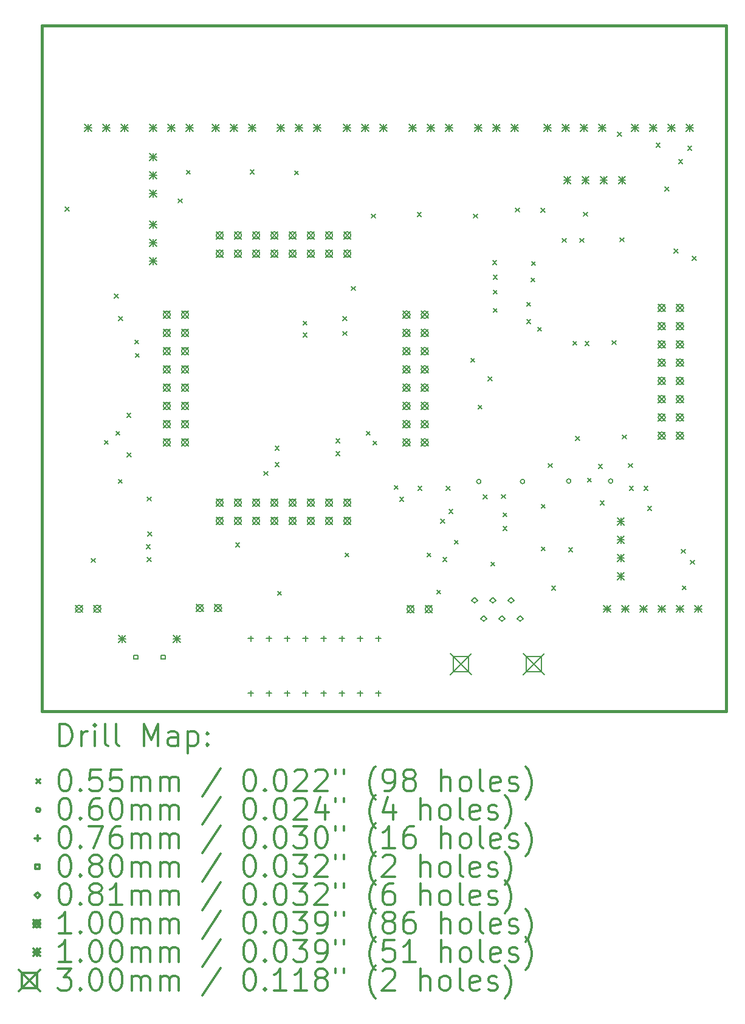
<source format=gbr>
%FSLAX45Y45*%
G04 Gerber Fmt 4.5, Leading zero omitted, Abs format (unit mm)*
G04 Created by KiCad (PCBNEW 4.0.6) date 11/01/17 20:23:53*
%MOMM*%
%LPD*%
G01*
G04 APERTURE LIST*
%ADD10C,0.127000*%
%ADD11C,0.381000*%
%ADD12C,0.200000*%
%ADD13C,0.300000*%
G04 APERTURE END LIST*
D10*
D11*
X2832100Y-14719300D02*
X12369800Y-14719300D01*
X2832100Y-5181600D02*
X2832100Y-14719300D01*
X12369800Y-5181600D02*
X2832100Y-5181600D01*
X12369800Y-5181600D02*
X12369800Y-14719300D01*
D12*
X3160141Y-7706741D02*
X3215259Y-7761859D01*
X3215259Y-7706741D02*
X3160141Y-7761859D01*
X3523361Y-12593701D02*
X3578479Y-12648819D01*
X3578479Y-12593701D02*
X3523361Y-12648819D01*
X3706241Y-10952861D02*
X3761359Y-11007979D01*
X3761359Y-10952861D02*
X3706241Y-11007979D01*
X3843401Y-8915781D02*
X3898519Y-8970899D01*
X3898519Y-8915781D02*
X3843401Y-8970899D01*
X3863721Y-10825861D02*
X3918839Y-10880979D01*
X3918839Y-10825861D02*
X3863721Y-10880979D01*
X3899281Y-11496421D02*
X3954399Y-11551539D01*
X3954399Y-11496421D02*
X3899281Y-11551539D01*
X3904361Y-9230741D02*
X3959479Y-9285859D01*
X3959479Y-9230741D02*
X3904361Y-9285859D01*
X4016121Y-10576941D02*
X4071239Y-10632059D01*
X4071239Y-10576941D02*
X4016121Y-10632059D01*
X4021201Y-11128121D02*
X4076319Y-11183239D01*
X4076319Y-11128121D02*
X4021201Y-11183239D01*
X4127881Y-9555861D02*
X4182999Y-9610979D01*
X4182999Y-9555861D02*
X4127881Y-9610979D01*
X4135501Y-9743821D02*
X4190619Y-9798939D01*
X4190619Y-9743821D02*
X4135501Y-9798939D01*
X4290441Y-12405741D02*
X4345559Y-12460859D01*
X4345559Y-12405741D02*
X4290441Y-12460859D01*
X4300601Y-11740261D02*
X4355719Y-11795379D01*
X4355719Y-11740261D02*
X4300601Y-11795379D01*
X4300601Y-12581001D02*
X4355719Y-12636119D01*
X4355719Y-12581001D02*
X4300601Y-12636119D01*
X4310761Y-12227941D02*
X4365879Y-12283059D01*
X4365879Y-12227941D02*
X4310761Y-12283059D01*
X4732401Y-7591171D02*
X4787519Y-7646289D01*
X4787519Y-7591171D02*
X4732401Y-7646289D01*
X4849241Y-7193661D02*
X4904359Y-7248779D01*
X4904359Y-7193661D02*
X4849241Y-7248779D01*
X5535041Y-12380341D02*
X5590159Y-12435459D01*
X5590159Y-12380341D02*
X5535041Y-12435459D01*
X5738241Y-7188581D02*
X5793359Y-7243699D01*
X5793359Y-7188581D02*
X5738241Y-7243699D01*
X5926201Y-11384661D02*
X5981319Y-11439779D01*
X5981319Y-11384661D02*
X5926201Y-11439779D01*
X6083681Y-11034141D02*
X6138799Y-11089259D01*
X6138799Y-11034141D02*
X6083681Y-11089259D01*
X6083681Y-11262741D02*
X6138799Y-11317859D01*
X6138799Y-11262741D02*
X6083681Y-11317859D01*
X6119241Y-13053441D02*
X6174359Y-13108559D01*
X6174359Y-13053441D02*
X6119241Y-13108559D01*
X6352921Y-7203821D02*
X6408039Y-7258939D01*
X6408039Y-7203821D02*
X6352921Y-7258939D01*
X6474841Y-9294241D02*
X6529959Y-9349359D01*
X6529959Y-9294241D02*
X6474841Y-9349359D01*
X6474841Y-9459341D02*
X6529959Y-9514459D01*
X6529959Y-9459341D02*
X6474841Y-9514459D01*
X6932041Y-10932541D02*
X6987159Y-10987659D01*
X6987159Y-10932541D02*
X6932041Y-10987659D01*
X6932041Y-11110341D02*
X6987159Y-11165459D01*
X6987159Y-11110341D02*
X6932041Y-11165459D01*
X7026021Y-9230741D02*
X7081139Y-9285859D01*
X7081139Y-9230741D02*
X7026021Y-9285859D01*
X7029831Y-9436481D02*
X7084949Y-9491599D01*
X7084949Y-9436481D02*
X7029831Y-9491599D01*
X7059041Y-12520041D02*
X7114159Y-12575159D01*
X7114159Y-12520041D02*
X7059041Y-12575159D01*
X7147941Y-8811641D02*
X7203059Y-8866759D01*
X7203059Y-8811641D02*
X7147941Y-8866759D01*
X7353681Y-10825861D02*
X7408799Y-10880979D01*
X7408799Y-10825861D02*
X7353681Y-10880979D01*
X7424801Y-7803261D02*
X7479919Y-7858379D01*
X7479919Y-7803261D02*
X7424801Y-7858379D01*
X7445121Y-10963021D02*
X7500239Y-11018139D01*
X7500239Y-10963021D02*
X7445121Y-11018139D01*
X7744841Y-11580241D02*
X7799959Y-11635359D01*
X7799959Y-11580241D02*
X7744841Y-11635359D01*
X7821041Y-11745341D02*
X7876159Y-11800459D01*
X7876159Y-11745341D02*
X7821041Y-11800459D01*
X8064881Y-7782941D02*
X8119999Y-7838059D01*
X8119999Y-7782941D02*
X8064881Y-7838059D01*
X8075041Y-11592941D02*
X8130159Y-11648059D01*
X8130159Y-11592941D02*
X8075041Y-11648059D01*
X8202041Y-12520041D02*
X8257159Y-12575159D01*
X8257159Y-12520041D02*
X8202041Y-12575159D01*
X8334121Y-13035661D02*
X8389239Y-13090779D01*
X8389239Y-13035661D02*
X8334121Y-13090779D01*
X8392541Y-12050141D02*
X8447659Y-12105259D01*
X8447659Y-12050141D02*
X8392541Y-12105259D01*
X8420481Y-12583541D02*
X8475599Y-12638659D01*
X8475599Y-12583541D02*
X8420481Y-12638659D01*
X8468741Y-11592941D02*
X8523859Y-11648059D01*
X8523859Y-11592941D02*
X8468741Y-11648059D01*
X8506841Y-11915521D02*
X8561959Y-11970639D01*
X8561959Y-11915521D02*
X8506841Y-11970639D01*
X8583041Y-12342241D02*
X8638159Y-12397359D01*
X8638159Y-12342241D02*
X8583041Y-12397359D01*
X8811641Y-9809861D02*
X8866759Y-9864979D01*
X8866759Y-9809861D02*
X8811641Y-9864979D01*
X8847201Y-7803261D02*
X8902319Y-7858379D01*
X8902319Y-7803261D02*
X8847201Y-7858379D01*
X8913241Y-10462641D02*
X8968359Y-10517759D01*
X8968359Y-10462641D02*
X8913241Y-10517759D01*
X8983091Y-11709781D02*
X9038209Y-11764899D01*
X9038209Y-11709781D02*
X8983091Y-11764899D01*
X9050401Y-10068941D02*
X9105519Y-10124059D01*
X9105519Y-10068941D02*
X9050401Y-10124059D01*
X9088501Y-12647041D02*
X9143619Y-12702159D01*
X9143619Y-12647041D02*
X9088501Y-12702159D01*
X9116441Y-8449691D02*
X9171559Y-8504809D01*
X9171559Y-8449691D02*
X9116441Y-8504809D01*
X9122791Y-8652891D02*
X9177909Y-8708009D01*
X9177909Y-8652891D02*
X9122791Y-8708009D01*
X9122791Y-8862441D02*
X9177909Y-8917559D01*
X9177909Y-8862441D02*
X9122791Y-8917559D01*
X9122791Y-9116441D02*
X9177909Y-9171559D01*
X9177909Y-9116441D02*
X9122791Y-9171559D01*
X9235821Y-11704701D02*
X9290939Y-11759819D01*
X9290939Y-11704701D02*
X9235821Y-11759819D01*
X9259951Y-11958701D02*
X9315069Y-12013819D01*
X9315069Y-11958701D02*
X9259951Y-12013819D01*
X9259951Y-12150471D02*
X9315069Y-12205589D01*
X9315069Y-12150471D02*
X9259951Y-12205589D01*
X9433941Y-7719441D02*
X9489059Y-7774559D01*
X9489059Y-7719441D02*
X9433941Y-7774559D01*
X9588881Y-9032621D02*
X9643999Y-9087739D01*
X9643999Y-9032621D02*
X9588881Y-9087739D01*
X9588881Y-9271381D02*
X9643999Y-9326499D01*
X9643999Y-9271381D02*
X9588881Y-9326499D01*
X9649841Y-8692261D02*
X9704959Y-8747379D01*
X9704959Y-8692261D02*
X9649841Y-8747379D01*
X9654921Y-8463661D02*
X9710039Y-8518779D01*
X9710039Y-8463661D02*
X9654921Y-8518779D01*
X9741281Y-9378061D02*
X9796399Y-9433179D01*
X9796399Y-9378061D02*
X9741281Y-9433179D01*
X9787001Y-7721981D02*
X9842119Y-7777099D01*
X9842119Y-7721981D02*
X9787001Y-7777099D01*
X9792081Y-11841861D02*
X9847199Y-11896979D01*
X9847199Y-11841861D02*
X9792081Y-11896979D01*
X9792081Y-12433681D02*
X9847199Y-12488799D01*
X9847199Y-12433681D02*
X9792081Y-12488799D01*
X9891141Y-11275441D02*
X9946259Y-11330559D01*
X9946259Y-11275441D02*
X9891141Y-11330559D01*
X9934321Y-12979781D02*
X9989439Y-13034899D01*
X9989439Y-12979781D02*
X9934321Y-13034899D01*
X10082911Y-8143621D02*
X10138029Y-8198739D01*
X10138029Y-8143621D02*
X10082911Y-8198739D01*
X10171811Y-12448921D02*
X10226929Y-12504039D01*
X10226929Y-12448921D02*
X10171811Y-12504039D01*
X10234041Y-9573641D02*
X10289159Y-9628759D01*
X10289159Y-9573641D02*
X10234041Y-9628759D01*
X10269601Y-10896981D02*
X10324719Y-10952099D01*
X10324719Y-10896981D02*
X10269601Y-10952099D01*
X10330561Y-8143621D02*
X10385679Y-8198739D01*
X10385679Y-8143621D02*
X10330561Y-8198739D01*
X10381361Y-7777861D02*
X10436479Y-7832979D01*
X10436479Y-7777861D02*
X10381361Y-7832979D01*
X10401681Y-9576181D02*
X10456799Y-9631299D01*
X10456799Y-9576181D02*
X10401681Y-9631299D01*
X10437241Y-11478641D02*
X10492359Y-11533759D01*
X10492359Y-11478641D02*
X10437241Y-11533759D01*
X10589641Y-11288141D02*
X10644759Y-11343259D01*
X10644759Y-11288141D02*
X10589641Y-11343259D01*
X10615041Y-11796141D02*
X10670159Y-11851259D01*
X10670159Y-11796141D02*
X10615041Y-11851259D01*
X10678541Y-13269341D02*
X10733659Y-13324459D01*
X10733659Y-13269341D02*
X10678541Y-13324459D01*
X10777601Y-9566021D02*
X10832719Y-9621139D01*
X10832719Y-9566021D02*
X10777601Y-9621139D01*
X10853801Y-6665341D02*
X10908919Y-6720459D01*
X10908919Y-6665341D02*
X10853801Y-6720459D01*
X10889361Y-8133461D02*
X10944479Y-8188579D01*
X10944479Y-8133461D02*
X10889361Y-8188579D01*
X10922381Y-10876661D02*
X10977499Y-10931779D01*
X10977499Y-10876661D02*
X10922381Y-10931779D01*
X11008741Y-11275441D02*
X11063859Y-11330559D01*
X11063859Y-11275441D02*
X11008741Y-11330559D01*
X11021441Y-11592941D02*
X11076559Y-11648059D01*
X11076559Y-11592941D02*
X11021441Y-11648059D01*
X11224641Y-11592941D02*
X11279759Y-11648059D01*
X11279759Y-11592941D02*
X11224641Y-11648059D01*
X11275441Y-11872341D02*
X11330559Y-11927459D01*
X11330559Y-11872341D02*
X11275441Y-11927459D01*
X11392281Y-6815201D02*
X11447399Y-6870319D01*
X11447399Y-6815201D02*
X11392281Y-6870319D01*
X11516741Y-7427341D02*
X11571859Y-7482459D01*
X11571859Y-7427341D02*
X11516741Y-7482459D01*
X11643741Y-8290941D02*
X11698859Y-8346059D01*
X11698859Y-8290941D02*
X11643741Y-8346059D01*
X11707241Y-7046341D02*
X11762359Y-7101459D01*
X11762359Y-7046341D02*
X11707241Y-7101459D01*
X11745341Y-12469241D02*
X11800459Y-12524359D01*
X11800459Y-12469241D02*
X11745341Y-12524359D01*
X11758041Y-12977241D02*
X11813159Y-13032359D01*
X11813159Y-12977241D02*
X11758041Y-13032359D01*
X11831701Y-6860921D02*
X11886819Y-6916039D01*
X11886819Y-6860921D02*
X11831701Y-6916039D01*
X11872341Y-12621641D02*
X11927459Y-12676759D01*
X11927459Y-12621641D02*
X11872341Y-12676759D01*
X11897741Y-8392541D02*
X11952859Y-8447659D01*
X11952859Y-8392541D02*
X11897741Y-8447659D01*
X8951750Y-11525250D02*
G75*
G03X8951750Y-11525250I-30000J0D01*
G01*
X9561350Y-11525250D02*
G75*
G03X9561350Y-11525250I-30000J0D01*
G01*
X10205240Y-11518900D02*
G75*
G03X10205240Y-11518900I-30000J0D01*
G01*
X10789440Y-11518900D02*
G75*
G03X10789440Y-11518900I-30000J0D01*
G01*
X5745480Y-13670280D02*
X5745480Y-13746480D01*
X5707380Y-13708380D02*
X5783580Y-13708380D01*
X5745480Y-14432280D02*
X5745480Y-14508480D01*
X5707380Y-14470380D02*
X5783580Y-14470380D01*
X5999480Y-13670280D02*
X5999480Y-13746480D01*
X5961380Y-13708380D02*
X6037580Y-13708380D01*
X5999480Y-14432280D02*
X5999480Y-14508480D01*
X5961380Y-14470380D02*
X6037580Y-14470380D01*
X6253480Y-13670280D02*
X6253480Y-13746480D01*
X6215380Y-13708380D02*
X6291580Y-13708380D01*
X6253480Y-14432280D02*
X6253480Y-14508480D01*
X6215380Y-14470380D02*
X6291580Y-14470380D01*
X6507480Y-13670280D02*
X6507480Y-13746480D01*
X6469380Y-13708380D02*
X6545580Y-13708380D01*
X6507480Y-14432280D02*
X6507480Y-14508480D01*
X6469380Y-14470380D02*
X6545580Y-14470380D01*
X6761480Y-13670280D02*
X6761480Y-13746480D01*
X6723380Y-13708380D02*
X6799580Y-13708380D01*
X6761480Y-14432280D02*
X6761480Y-14508480D01*
X6723380Y-14470380D02*
X6799580Y-14470380D01*
X7015480Y-13670280D02*
X7015480Y-13746480D01*
X6977380Y-13708380D02*
X7053580Y-13708380D01*
X7015480Y-14432280D02*
X7015480Y-14508480D01*
X6977380Y-14470380D02*
X7053580Y-14470380D01*
X7269480Y-13670280D02*
X7269480Y-13746480D01*
X7231380Y-13708380D02*
X7307580Y-13708380D01*
X7269480Y-14432280D02*
X7269480Y-14508480D01*
X7231380Y-14470380D02*
X7307580Y-14470380D01*
X7523480Y-13670280D02*
X7523480Y-13746480D01*
X7485380Y-13708380D02*
X7561580Y-13708380D01*
X7523480Y-14432280D02*
X7523480Y-14508480D01*
X7485380Y-14470380D02*
X7561580Y-14470380D01*
X4168488Y-13998288D02*
X4168488Y-13941712D01*
X4111912Y-13941712D01*
X4111912Y-13998288D01*
X4168488Y-13998288D01*
X4549488Y-13998288D02*
X4549488Y-13941712D01*
X4492912Y-13941712D01*
X4492912Y-13998288D01*
X4549488Y-13998288D01*
X8861298Y-13219938D02*
X8901938Y-13179298D01*
X8861298Y-13138658D01*
X8820658Y-13179298D01*
X8861298Y-13219938D01*
X8988298Y-13473938D02*
X9028938Y-13433298D01*
X8988298Y-13392658D01*
X8947658Y-13433298D01*
X8988298Y-13473938D01*
X9115298Y-13219938D02*
X9155938Y-13179298D01*
X9115298Y-13138658D01*
X9074658Y-13179298D01*
X9115298Y-13219938D01*
X9242298Y-13473938D02*
X9282938Y-13433298D01*
X9242298Y-13392658D01*
X9201658Y-13433298D01*
X9242298Y-13473938D01*
X9369298Y-13219938D02*
X9409938Y-13179298D01*
X9369298Y-13138658D01*
X9328658Y-13179298D01*
X9369298Y-13219938D01*
X9496298Y-13473938D02*
X9536938Y-13433298D01*
X9496298Y-13392658D01*
X9455658Y-13433298D01*
X9496298Y-13473938D01*
X3302800Y-13246900D02*
X3402800Y-13346900D01*
X3402800Y-13246900D02*
X3302800Y-13346900D01*
X3402800Y-13296900D02*
G75*
G03X3402800Y-13296900I-50000J0D01*
G01*
X3556800Y-13246900D02*
X3656800Y-13346900D01*
X3656800Y-13246900D02*
X3556800Y-13346900D01*
X3656800Y-13296900D02*
G75*
G03X3656800Y-13296900I-50000J0D01*
G01*
X4525048Y-9154198D02*
X4625048Y-9254198D01*
X4625048Y-9154198D02*
X4525048Y-9254198D01*
X4625048Y-9204198D02*
G75*
G03X4625048Y-9204198I-50000J0D01*
G01*
X4525048Y-9408198D02*
X4625048Y-9508198D01*
X4625048Y-9408198D02*
X4525048Y-9508198D01*
X4625048Y-9458198D02*
G75*
G03X4625048Y-9458198I-50000J0D01*
G01*
X4525048Y-9662198D02*
X4625048Y-9762198D01*
X4625048Y-9662198D02*
X4525048Y-9762198D01*
X4625048Y-9712198D02*
G75*
G03X4625048Y-9712198I-50000J0D01*
G01*
X4525048Y-9916198D02*
X4625048Y-10016198D01*
X4625048Y-9916198D02*
X4525048Y-10016198D01*
X4625048Y-9966198D02*
G75*
G03X4625048Y-9966198I-50000J0D01*
G01*
X4525048Y-10170198D02*
X4625048Y-10270198D01*
X4625048Y-10170198D02*
X4525048Y-10270198D01*
X4625048Y-10220198D02*
G75*
G03X4625048Y-10220198I-50000J0D01*
G01*
X4525048Y-10424198D02*
X4625048Y-10524198D01*
X4625048Y-10424198D02*
X4525048Y-10524198D01*
X4625048Y-10474198D02*
G75*
G03X4625048Y-10474198I-50000J0D01*
G01*
X4525048Y-10678198D02*
X4625048Y-10778198D01*
X4625048Y-10678198D02*
X4525048Y-10778198D01*
X4625048Y-10728198D02*
G75*
G03X4625048Y-10728198I-50000J0D01*
G01*
X4525048Y-10932198D02*
X4625048Y-11032198D01*
X4625048Y-10932198D02*
X4525048Y-11032198D01*
X4625048Y-10982198D02*
G75*
G03X4625048Y-10982198I-50000J0D01*
G01*
X4779048Y-9154198D02*
X4879048Y-9254198D01*
X4879048Y-9154198D02*
X4779048Y-9254198D01*
X4879048Y-9204198D02*
G75*
G03X4879048Y-9204198I-50000J0D01*
G01*
X4779048Y-9408198D02*
X4879048Y-9508198D01*
X4879048Y-9408198D02*
X4779048Y-9508198D01*
X4879048Y-9458198D02*
G75*
G03X4879048Y-9458198I-50000J0D01*
G01*
X4779048Y-9662198D02*
X4879048Y-9762198D01*
X4879048Y-9662198D02*
X4779048Y-9762198D01*
X4879048Y-9712198D02*
G75*
G03X4879048Y-9712198I-50000J0D01*
G01*
X4779048Y-9916198D02*
X4879048Y-10016198D01*
X4879048Y-9916198D02*
X4779048Y-10016198D01*
X4879048Y-9966198D02*
G75*
G03X4879048Y-9966198I-50000J0D01*
G01*
X4779048Y-10170198D02*
X4879048Y-10270198D01*
X4879048Y-10170198D02*
X4779048Y-10270198D01*
X4879048Y-10220198D02*
G75*
G03X4879048Y-10220198I-50000J0D01*
G01*
X4779048Y-10424198D02*
X4879048Y-10524198D01*
X4879048Y-10424198D02*
X4779048Y-10524198D01*
X4879048Y-10474198D02*
G75*
G03X4879048Y-10474198I-50000J0D01*
G01*
X4779048Y-10678198D02*
X4879048Y-10778198D01*
X4879048Y-10678198D02*
X4779048Y-10778198D01*
X4879048Y-10728198D02*
G75*
G03X4879048Y-10728198I-50000J0D01*
G01*
X4779048Y-10932198D02*
X4879048Y-11032198D01*
X4879048Y-10932198D02*
X4779048Y-11032198D01*
X4879048Y-10982198D02*
G75*
G03X4879048Y-10982198I-50000J0D01*
G01*
X4984280Y-13236740D02*
X5084280Y-13336740D01*
X5084280Y-13236740D02*
X4984280Y-13336740D01*
X5084280Y-13286740D02*
G75*
G03X5084280Y-13286740I-50000J0D01*
G01*
X5238280Y-13236740D02*
X5338280Y-13336740D01*
X5338280Y-13236740D02*
X5238280Y-13336740D01*
X5338280Y-13286740D02*
G75*
G03X5338280Y-13286740I-50000J0D01*
G01*
X5261648Y-8049552D02*
X5361648Y-8149552D01*
X5361648Y-8049552D02*
X5261648Y-8149552D01*
X5361648Y-8099552D02*
G75*
G03X5361648Y-8099552I-50000J0D01*
G01*
X5261648Y-8303552D02*
X5361648Y-8403552D01*
X5361648Y-8303552D02*
X5261648Y-8403552D01*
X5361648Y-8353552D02*
G75*
G03X5361648Y-8353552I-50000J0D01*
G01*
X5261648Y-11770398D02*
X5361648Y-11870398D01*
X5361648Y-11770398D02*
X5261648Y-11870398D01*
X5361648Y-11820398D02*
G75*
G03X5361648Y-11820398I-50000J0D01*
G01*
X5261648Y-12024398D02*
X5361648Y-12124398D01*
X5361648Y-12024398D02*
X5261648Y-12124398D01*
X5361648Y-12074398D02*
G75*
G03X5361648Y-12074398I-50000J0D01*
G01*
X5515648Y-8049552D02*
X5615648Y-8149552D01*
X5615648Y-8049552D02*
X5515648Y-8149552D01*
X5615648Y-8099552D02*
G75*
G03X5615648Y-8099552I-50000J0D01*
G01*
X5515648Y-8303552D02*
X5615648Y-8403552D01*
X5615648Y-8303552D02*
X5515648Y-8403552D01*
X5615648Y-8353552D02*
G75*
G03X5615648Y-8353552I-50000J0D01*
G01*
X5515648Y-11770398D02*
X5615648Y-11870398D01*
X5615648Y-11770398D02*
X5515648Y-11870398D01*
X5615648Y-11820398D02*
G75*
G03X5615648Y-11820398I-50000J0D01*
G01*
X5515648Y-12024398D02*
X5615648Y-12124398D01*
X5615648Y-12024398D02*
X5515648Y-12124398D01*
X5615648Y-12074398D02*
G75*
G03X5615648Y-12074398I-50000J0D01*
G01*
X5769648Y-8049552D02*
X5869648Y-8149552D01*
X5869648Y-8049552D02*
X5769648Y-8149552D01*
X5869648Y-8099552D02*
G75*
G03X5869648Y-8099552I-50000J0D01*
G01*
X5769648Y-8303552D02*
X5869648Y-8403552D01*
X5869648Y-8303552D02*
X5769648Y-8403552D01*
X5869648Y-8353552D02*
G75*
G03X5869648Y-8353552I-50000J0D01*
G01*
X5769648Y-11770398D02*
X5869648Y-11870398D01*
X5869648Y-11770398D02*
X5769648Y-11870398D01*
X5869648Y-11820398D02*
G75*
G03X5869648Y-11820398I-50000J0D01*
G01*
X5769648Y-12024398D02*
X5869648Y-12124398D01*
X5869648Y-12024398D02*
X5769648Y-12124398D01*
X5869648Y-12074398D02*
G75*
G03X5869648Y-12074398I-50000J0D01*
G01*
X6023648Y-8049552D02*
X6123648Y-8149552D01*
X6123648Y-8049552D02*
X6023648Y-8149552D01*
X6123648Y-8099552D02*
G75*
G03X6123648Y-8099552I-50000J0D01*
G01*
X6023648Y-8303552D02*
X6123648Y-8403552D01*
X6123648Y-8303552D02*
X6023648Y-8403552D01*
X6123648Y-8353552D02*
G75*
G03X6123648Y-8353552I-50000J0D01*
G01*
X6023648Y-11770398D02*
X6123648Y-11870398D01*
X6123648Y-11770398D02*
X6023648Y-11870398D01*
X6123648Y-11820398D02*
G75*
G03X6123648Y-11820398I-50000J0D01*
G01*
X6023648Y-12024398D02*
X6123648Y-12124398D01*
X6123648Y-12024398D02*
X6023648Y-12124398D01*
X6123648Y-12074398D02*
G75*
G03X6123648Y-12074398I-50000J0D01*
G01*
X6277648Y-8049552D02*
X6377648Y-8149552D01*
X6377648Y-8049552D02*
X6277648Y-8149552D01*
X6377648Y-8099552D02*
G75*
G03X6377648Y-8099552I-50000J0D01*
G01*
X6277648Y-8303552D02*
X6377648Y-8403552D01*
X6377648Y-8303552D02*
X6277648Y-8403552D01*
X6377648Y-8353552D02*
G75*
G03X6377648Y-8353552I-50000J0D01*
G01*
X6277648Y-11770398D02*
X6377648Y-11870398D01*
X6377648Y-11770398D02*
X6277648Y-11870398D01*
X6377648Y-11820398D02*
G75*
G03X6377648Y-11820398I-50000J0D01*
G01*
X6277648Y-12024398D02*
X6377648Y-12124398D01*
X6377648Y-12024398D02*
X6277648Y-12124398D01*
X6377648Y-12074398D02*
G75*
G03X6377648Y-12074398I-50000J0D01*
G01*
X6531648Y-8049552D02*
X6631648Y-8149552D01*
X6631648Y-8049552D02*
X6531648Y-8149552D01*
X6631648Y-8099552D02*
G75*
G03X6631648Y-8099552I-50000J0D01*
G01*
X6531648Y-8303552D02*
X6631648Y-8403552D01*
X6631648Y-8303552D02*
X6531648Y-8403552D01*
X6631648Y-8353552D02*
G75*
G03X6631648Y-8353552I-50000J0D01*
G01*
X6531648Y-11770398D02*
X6631648Y-11870398D01*
X6631648Y-11770398D02*
X6531648Y-11870398D01*
X6631648Y-11820398D02*
G75*
G03X6631648Y-11820398I-50000J0D01*
G01*
X6531648Y-12024398D02*
X6631648Y-12124398D01*
X6631648Y-12024398D02*
X6531648Y-12124398D01*
X6631648Y-12074398D02*
G75*
G03X6631648Y-12074398I-50000J0D01*
G01*
X6785648Y-8049552D02*
X6885648Y-8149552D01*
X6885648Y-8049552D02*
X6785648Y-8149552D01*
X6885648Y-8099552D02*
G75*
G03X6885648Y-8099552I-50000J0D01*
G01*
X6785648Y-8303552D02*
X6885648Y-8403552D01*
X6885648Y-8303552D02*
X6785648Y-8403552D01*
X6885648Y-8353552D02*
G75*
G03X6885648Y-8353552I-50000J0D01*
G01*
X6785648Y-11770398D02*
X6885648Y-11870398D01*
X6885648Y-11770398D02*
X6785648Y-11870398D01*
X6885648Y-11820398D02*
G75*
G03X6885648Y-11820398I-50000J0D01*
G01*
X6785648Y-12024398D02*
X6885648Y-12124398D01*
X6885648Y-12024398D02*
X6785648Y-12124398D01*
X6885648Y-12074398D02*
G75*
G03X6885648Y-12074398I-50000J0D01*
G01*
X7039648Y-8049552D02*
X7139648Y-8149552D01*
X7139648Y-8049552D02*
X7039648Y-8149552D01*
X7139648Y-8099552D02*
G75*
G03X7139648Y-8099552I-50000J0D01*
G01*
X7039648Y-8303552D02*
X7139648Y-8403552D01*
X7139648Y-8303552D02*
X7039648Y-8403552D01*
X7139648Y-8353552D02*
G75*
G03X7139648Y-8353552I-50000J0D01*
G01*
X7039648Y-11770398D02*
X7139648Y-11870398D01*
X7139648Y-11770398D02*
X7039648Y-11870398D01*
X7139648Y-11820398D02*
G75*
G03X7139648Y-11820398I-50000J0D01*
G01*
X7039648Y-12024398D02*
X7139648Y-12124398D01*
X7139648Y-12024398D02*
X7039648Y-12124398D01*
X7139648Y-12074398D02*
G75*
G03X7139648Y-12074398I-50000J0D01*
G01*
X7865148Y-9154198D02*
X7965148Y-9254198D01*
X7965148Y-9154198D02*
X7865148Y-9254198D01*
X7965148Y-9204198D02*
G75*
G03X7965148Y-9204198I-50000J0D01*
G01*
X7865148Y-9408198D02*
X7965148Y-9508198D01*
X7965148Y-9408198D02*
X7865148Y-9508198D01*
X7965148Y-9458198D02*
G75*
G03X7965148Y-9458198I-50000J0D01*
G01*
X7865148Y-9662198D02*
X7965148Y-9762198D01*
X7965148Y-9662198D02*
X7865148Y-9762198D01*
X7965148Y-9712198D02*
G75*
G03X7965148Y-9712198I-50000J0D01*
G01*
X7865148Y-9916198D02*
X7965148Y-10016198D01*
X7965148Y-9916198D02*
X7865148Y-10016198D01*
X7965148Y-9966198D02*
G75*
G03X7965148Y-9966198I-50000J0D01*
G01*
X7865148Y-10170198D02*
X7965148Y-10270198D01*
X7965148Y-10170198D02*
X7865148Y-10270198D01*
X7965148Y-10220198D02*
G75*
G03X7965148Y-10220198I-50000J0D01*
G01*
X7865148Y-10424198D02*
X7965148Y-10524198D01*
X7965148Y-10424198D02*
X7865148Y-10524198D01*
X7965148Y-10474198D02*
G75*
G03X7965148Y-10474198I-50000J0D01*
G01*
X7865148Y-10678198D02*
X7965148Y-10778198D01*
X7965148Y-10678198D02*
X7865148Y-10778198D01*
X7965148Y-10728198D02*
G75*
G03X7965148Y-10728198I-50000J0D01*
G01*
X7865148Y-10932198D02*
X7965148Y-11032198D01*
X7965148Y-10932198D02*
X7865148Y-11032198D01*
X7965148Y-10982198D02*
G75*
G03X7965148Y-10982198I-50000J0D01*
G01*
X7920520Y-13251980D02*
X8020520Y-13351980D01*
X8020520Y-13251980D02*
X7920520Y-13351980D01*
X8020520Y-13301980D02*
G75*
G03X8020520Y-13301980I-50000J0D01*
G01*
X8119148Y-9154198D02*
X8219148Y-9254198D01*
X8219148Y-9154198D02*
X8119148Y-9254198D01*
X8219148Y-9204198D02*
G75*
G03X8219148Y-9204198I-50000J0D01*
G01*
X8119148Y-9408198D02*
X8219148Y-9508198D01*
X8219148Y-9408198D02*
X8119148Y-9508198D01*
X8219148Y-9458198D02*
G75*
G03X8219148Y-9458198I-50000J0D01*
G01*
X8119148Y-9662198D02*
X8219148Y-9762198D01*
X8219148Y-9662198D02*
X8119148Y-9762198D01*
X8219148Y-9712198D02*
G75*
G03X8219148Y-9712198I-50000J0D01*
G01*
X8119148Y-9916198D02*
X8219148Y-10016198D01*
X8219148Y-9916198D02*
X8119148Y-10016198D01*
X8219148Y-9966198D02*
G75*
G03X8219148Y-9966198I-50000J0D01*
G01*
X8119148Y-10170198D02*
X8219148Y-10270198D01*
X8219148Y-10170198D02*
X8119148Y-10270198D01*
X8219148Y-10220198D02*
G75*
G03X8219148Y-10220198I-50000J0D01*
G01*
X8119148Y-10424198D02*
X8219148Y-10524198D01*
X8219148Y-10424198D02*
X8119148Y-10524198D01*
X8219148Y-10474198D02*
G75*
G03X8219148Y-10474198I-50000J0D01*
G01*
X8119148Y-10678198D02*
X8219148Y-10778198D01*
X8219148Y-10678198D02*
X8119148Y-10778198D01*
X8219148Y-10728198D02*
G75*
G03X8219148Y-10728198I-50000J0D01*
G01*
X8119148Y-10932198D02*
X8219148Y-11032198D01*
X8219148Y-10932198D02*
X8119148Y-11032198D01*
X8219148Y-10982198D02*
G75*
G03X8219148Y-10982198I-50000J0D01*
G01*
X8174520Y-13251980D02*
X8274520Y-13351980D01*
X8274520Y-13251980D02*
X8174520Y-13351980D01*
X8274520Y-13301980D02*
G75*
G03X8274520Y-13301980I-50000J0D01*
G01*
X11421148Y-9058948D02*
X11521148Y-9158948D01*
X11521148Y-9058948D02*
X11421148Y-9158948D01*
X11521148Y-9108948D02*
G75*
G03X11521148Y-9108948I-50000J0D01*
G01*
X11421148Y-9312948D02*
X11521148Y-9412948D01*
X11521148Y-9312948D02*
X11421148Y-9412948D01*
X11521148Y-9362948D02*
G75*
G03X11521148Y-9362948I-50000J0D01*
G01*
X11421148Y-9566948D02*
X11521148Y-9666948D01*
X11521148Y-9566948D02*
X11421148Y-9666948D01*
X11521148Y-9616948D02*
G75*
G03X11521148Y-9616948I-50000J0D01*
G01*
X11421148Y-9820948D02*
X11521148Y-9920948D01*
X11521148Y-9820948D02*
X11421148Y-9920948D01*
X11521148Y-9870948D02*
G75*
G03X11521148Y-9870948I-50000J0D01*
G01*
X11421148Y-10074948D02*
X11521148Y-10174948D01*
X11521148Y-10074948D02*
X11421148Y-10174948D01*
X11521148Y-10124948D02*
G75*
G03X11521148Y-10124948I-50000J0D01*
G01*
X11421148Y-10328948D02*
X11521148Y-10428948D01*
X11521148Y-10328948D02*
X11421148Y-10428948D01*
X11521148Y-10378948D02*
G75*
G03X11521148Y-10378948I-50000J0D01*
G01*
X11421148Y-10582948D02*
X11521148Y-10682948D01*
X11521148Y-10582948D02*
X11421148Y-10682948D01*
X11521148Y-10632948D02*
G75*
G03X11521148Y-10632948I-50000J0D01*
G01*
X11421148Y-10836948D02*
X11521148Y-10936948D01*
X11521148Y-10836948D02*
X11421148Y-10936948D01*
X11521148Y-10886948D02*
G75*
G03X11521148Y-10886948I-50000J0D01*
G01*
X11675148Y-9058948D02*
X11775148Y-9158948D01*
X11775148Y-9058948D02*
X11675148Y-9158948D01*
X11775148Y-9108948D02*
G75*
G03X11775148Y-9108948I-50000J0D01*
G01*
X11675148Y-9312948D02*
X11775148Y-9412948D01*
X11775148Y-9312948D02*
X11675148Y-9412948D01*
X11775148Y-9362948D02*
G75*
G03X11775148Y-9362948I-50000J0D01*
G01*
X11675148Y-9566948D02*
X11775148Y-9666948D01*
X11775148Y-9566948D02*
X11675148Y-9666948D01*
X11775148Y-9616948D02*
G75*
G03X11775148Y-9616948I-50000J0D01*
G01*
X11675148Y-9820948D02*
X11775148Y-9920948D01*
X11775148Y-9820948D02*
X11675148Y-9920948D01*
X11775148Y-9870948D02*
G75*
G03X11775148Y-9870948I-50000J0D01*
G01*
X11675148Y-10074948D02*
X11775148Y-10174948D01*
X11775148Y-10074948D02*
X11675148Y-10174948D01*
X11775148Y-10124948D02*
G75*
G03X11775148Y-10124948I-50000J0D01*
G01*
X11675148Y-10328948D02*
X11775148Y-10428948D01*
X11775148Y-10328948D02*
X11675148Y-10428948D01*
X11775148Y-10378948D02*
G75*
G03X11775148Y-10378948I-50000J0D01*
G01*
X11675148Y-10582948D02*
X11775148Y-10682948D01*
X11775148Y-10582948D02*
X11675148Y-10682948D01*
X11775148Y-10632948D02*
G75*
G03X11775148Y-10632948I-50000J0D01*
G01*
X11675148Y-10836948D02*
X11775148Y-10936948D01*
X11775148Y-10836948D02*
X11675148Y-10936948D01*
X11775148Y-10886948D02*
G75*
G03X11775148Y-10886948I-50000J0D01*
G01*
X3429762Y-6553962D02*
X3529838Y-6654038D01*
X3529838Y-6553962D02*
X3429762Y-6654038D01*
X3479800Y-6553962D02*
X3479800Y-6654038D01*
X3429762Y-6604000D02*
X3529838Y-6604000D01*
X3683762Y-6553962D02*
X3783838Y-6654038D01*
X3783838Y-6553962D02*
X3683762Y-6654038D01*
X3733800Y-6553962D02*
X3733800Y-6654038D01*
X3683762Y-6604000D02*
X3783838Y-6604000D01*
X3899662Y-13665962D02*
X3999738Y-13766038D01*
X3999738Y-13665962D02*
X3899662Y-13766038D01*
X3949700Y-13665962D02*
X3949700Y-13766038D01*
X3899662Y-13716000D02*
X3999738Y-13716000D01*
X3937762Y-6553962D02*
X4037838Y-6654038D01*
X4037838Y-6553962D02*
X3937762Y-6654038D01*
X3987800Y-6553962D02*
X3987800Y-6654038D01*
X3937762Y-6604000D02*
X4037838Y-6604000D01*
X4331462Y-6553962D02*
X4431538Y-6654038D01*
X4431538Y-6553962D02*
X4331462Y-6654038D01*
X4381500Y-6553962D02*
X4381500Y-6654038D01*
X4331462Y-6604000D02*
X4431538Y-6604000D01*
X4331462Y-6960362D02*
X4431538Y-7060438D01*
X4431538Y-6960362D02*
X4331462Y-7060438D01*
X4381500Y-6960362D02*
X4381500Y-7060438D01*
X4331462Y-7010400D02*
X4431538Y-7010400D01*
X4331462Y-7214362D02*
X4431538Y-7314438D01*
X4431538Y-7214362D02*
X4331462Y-7314438D01*
X4381500Y-7214362D02*
X4381500Y-7314438D01*
X4331462Y-7264400D02*
X4431538Y-7264400D01*
X4331462Y-7468362D02*
X4431538Y-7568438D01*
X4431538Y-7468362D02*
X4331462Y-7568438D01*
X4381500Y-7468362D02*
X4381500Y-7568438D01*
X4331462Y-7518400D02*
X4431538Y-7518400D01*
X4331462Y-7900162D02*
X4431538Y-8000238D01*
X4431538Y-7900162D02*
X4331462Y-8000238D01*
X4381500Y-7900162D02*
X4381500Y-8000238D01*
X4331462Y-7950200D02*
X4431538Y-7950200D01*
X4331462Y-8154162D02*
X4431538Y-8254238D01*
X4431538Y-8154162D02*
X4331462Y-8254238D01*
X4381500Y-8154162D02*
X4381500Y-8254238D01*
X4331462Y-8204200D02*
X4431538Y-8204200D01*
X4331462Y-8408162D02*
X4431538Y-8508238D01*
X4431538Y-8408162D02*
X4331462Y-8508238D01*
X4381500Y-8408162D02*
X4381500Y-8508238D01*
X4331462Y-8458200D02*
X4431538Y-8458200D01*
X4585462Y-6553962D02*
X4685538Y-6654038D01*
X4685538Y-6553962D02*
X4585462Y-6654038D01*
X4635500Y-6553962D02*
X4635500Y-6654038D01*
X4585462Y-6604000D02*
X4685538Y-6604000D01*
X4661662Y-13665962D02*
X4761738Y-13766038D01*
X4761738Y-13665962D02*
X4661662Y-13766038D01*
X4711700Y-13665962D02*
X4711700Y-13766038D01*
X4661662Y-13716000D02*
X4761738Y-13716000D01*
X4839462Y-6553962D02*
X4939538Y-6654038D01*
X4939538Y-6553962D02*
X4839462Y-6654038D01*
X4889500Y-6553962D02*
X4889500Y-6654038D01*
X4839462Y-6604000D02*
X4939538Y-6604000D01*
X5207762Y-6553962D02*
X5307838Y-6654038D01*
X5307838Y-6553962D02*
X5207762Y-6654038D01*
X5257800Y-6553962D02*
X5257800Y-6654038D01*
X5207762Y-6604000D02*
X5307838Y-6604000D01*
X5461762Y-6553962D02*
X5561838Y-6654038D01*
X5561838Y-6553962D02*
X5461762Y-6654038D01*
X5511800Y-6553962D02*
X5511800Y-6654038D01*
X5461762Y-6604000D02*
X5561838Y-6604000D01*
X5715762Y-6553962D02*
X5815838Y-6654038D01*
X5815838Y-6553962D02*
X5715762Y-6654038D01*
X5765800Y-6553962D02*
X5765800Y-6654038D01*
X5715762Y-6604000D02*
X5815838Y-6604000D01*
X6109462Y-6553962D02*
X6209538Y-6654038D01*
X6209538Y-6553962D02*
X6109462Y-6654038D01*
X6159500Y-6553962D02*
X6159500Y-6654038D01*
X6109462Y-6604000D02*
X6209538Y-6604000D01*
X6363462Y-6553962D02*
X6463538Y-6654038D01*
X6463538Y-6553962D02*
X6363462Y-6654038D01*
X6413500Y-6553962D02*
X6413500Y-6654038D01*
X6363462Y-6604000D02*
X6463538Y-6604000D01*
X6617462Y-6553962D02*
X6717538Y-6654038D01*
X6717538Y-6553962D02*
X6617462Y-6654038D01*
X6667500Y-6553962D02*
X6667500Y-6654038D01*
X6617462Y-6604000D02*
X6717538Y-6604000D01*
X7036562Y-6553962D02*
X7136638Y-6654038D01*
X7136638Y-6553962D02*
X7036562Y-6654038D01*
X7086600Y-6553962D02*
X7086600Y-6654038D01*
X7036562Y-6604000D02*
X7136638Y-6604000D01*
X7290562Y-6553962D02*
X7390638Y-6654038D01*
X7390638Y-6553962D02*
X7290562Y-6654038D01*
X7340600Y-6553962D02*
X7340600Y-6654038D01*
X7290562Y-6604000D02*
X7390638Y-6604000D01*
X7544562Y-6553962D02*
X7644638Y-6654038D01*
X7644638Y-6553962D02*
X7544562Y-6654038D01*
X7594600Y-6553962D02*
X7594600Y-6654038D01*
X7544562Y-6604000D02*
X7644638Y-6604000D01*
X7950962Y-6553962D02*
X8051038Y-6654038D01*
X8051038Y-6553962D02*
X7950962Y-6654038D01*
X8001000Y-6553962D02*
X8001000Y-6654038D01*
X7950962Y-6604000D02*
X8051038Y-6604000D01*
X8204962Y-6553962D02*
X8305038Y-6654038D01*
X8305038Y-6553962D02*
X8204962Y-6654038D01*
X8255000Y-6553962D02*
X8255000Y-6654038D01*
X8204962Y-6604000D02*
X8305038Y-6604000D01*
X8458962Y-6553962D02*
X8559038Y-6654038D01*
X8559038Y-6553962D02*
X8458962Y-6654038D01*
X8509000Y-6553962D02*
X8509000Y-6654038D01*
X8458962Y-6604000D02*
X8559038Y-6604000D01*
X8865362Y-6553962D02*
X8965438Y-6654038D01*
X8965438Y-6553962D02*
X8865362Y-6654038D01*
X8915400Y-6553962D02*
X8915400Y-6654038D01*
X8865362Y-6604000D02*
X8965438Y-6604000D01*
X9119362Y-6553962D02*
X9219438Y-6654038D01*
X9219438Y-6553962D02*
X9119362Y-6654038D01*
X9169400Y-6553962D02*
X9169400Y-6654038D01*
X9119362Y-6604000D02*
X9219438Y-6604000D01*
X9373362Y-6553962D02*
X9473438Y-6654038D01*
X9473438Y-6553962D02*
X9373362Y-6654038D01*
X9423400Y-6553962D02*
X9423400Y-6654038D01*
X9373362Y-6604000D02*
X9473438Y-6604000D01*
X9830562Y-6553962D02*
X9930638Y-6654038D01*
X9930638Y-6553962D02*
X9830562Y-6654038D01*
X9880600Y-6553962D02*
X9880600Y-6654038D01*
X9830562Y-6604000D02*
X9930638Y-6604000D01*
X10084562Y-6553962D02*
X10184638Y-6654038D01*
X10184638Y-6553962D02*
X10084562Y-6654038D01*
X10134600Y-6553962D02*
X10134600Y-6654038D01*
X10084562Y-6604000D02*
X10184638Y-6604000D01*
X10104882Y-7282942D02*
X10204958Y-7383018D01*
X10204958Y-7282942D02*
X10104882Y-7383018D01*
X10154920Y-7282942D02*
X10154920Y-7383018D01*
X10104882Y-7332980D02*
X10204958Y-7332980D01*
X10338562Y-6553962D02*
X10438638Y-6654038D01*
X10438638Y-6553962D02*
X10338562Y-6654038D01*
X10388600Y-6553962D02*
X10388600Y-6654038D01*
X10338562Y-6604000D02*
X10438638Y-6604000D01*
X10358882Y-7282942D02*
X10458958Y-7383018D01*
X10458958Y-7282942D02*
X10358882Y-7383018D01*
X10408920Y-7282942D02*
X10408920Y-7383018D01*
X10358882Y-7332980D02*
X10458958Y-7332980D01*
X10592562Y-6553962D02*
X10692638Y-6654038D01*
X10692638Y-6553962D02*
X10592562Y-6654038D01*
X10642600Y-6553962D02*
X10642600Y-6654038D01*
X10592562Y-6604000D02*
X10692638Y-6604000D01*
X10612882Y-7282942D02*
X10712958Y-7383018D01*
X10712958Y-7282942D02*
X10612882Y-7383018D01*
X10662920Y-7282942D02*
X10662920Y-7383018D01*
X10612882Y-7332980D02*
X10712958Y-7332980D01*
X10656062Y-13246862D02*
X10756138Y-13346938D01*
X10756138Y-13246862D02*
X10656062Y-13346938D01*
X10706100Y-13246862D02*
X10706100Y-13346938D01*
X10656062Y-13296900D02*
X10756138Y-13296900D01*
X10849610Y-12030710D02*
X10949686Y-12130786D01*
X10949686Y-12030710D02*
X10849610Y-12130786D01*
X10899648Y-12030710D02*
X10899648Y-12130786D01*
X10849610Y-12080748D02*
X10949686Y-12080748D01*
X10849610Y-12284710D02*
X10949686Y-12384786D01*
X10949686Y-12284710D02*
X10849610Y-12384786D01*
X10899648Y-12284710D02*
X10899648Y-12384786D01*
X10849610Y-12334748D02*
X10949686Y-12334748D01*
X10849610Y-12538710D02*
X10949686Y-12638786D01*
X10949686Y-12538710D02*
X10849610Y-12638786D01*
X10899648Y-12538710D02*
X10899648Y-12638786D01*
X10849610Y-12588748D02*
X10949686Y-12588748D01*
X10849610Y-12792710D02*
X10949686Y-12892786D01*
X10949686Y-12792710D02*
X10849610Y-12892786D01*
X10899648Y-12792710D02*
X10899648Y-12892786D01*
X10849610Y-12842748D02*
X10949686Y-12842748D01*
X10866882Y-7282942D02*
X10966958Y-7383018D01*
X10966958Y-7282942D02*
X10866882Y-7383018D01*
X10916920Y-7282942D02*
X10916920Y-7383018D01*
X10866882Y-7332980D02*
X10966958Y-7332980D01*
X10910062Y-13246862D02*
X11010138Y-13346938D01*
X11010138Y-13246862D02*
X10910062Y-13346938D01*
X10960100Y-13246862D02*
X10960100Y-13346938D01*
X10910062Y-13296900D02*
X11010138Y-13296900D01*
X11049762Y-6553962D02*
X11149838Y-6654038D01*
X11149838Y-6553962D02*
X11049762Y-6654038D01*
X11099800Y-6553962D02*
X11099800Y-6654038D01*
X11049762Y-6604000D02*
X11149838Y-6604000D01*
X11164062Y-13246862D02*
X11264138Y-13346938D01*
X11264138Y-13246862D02*
X11164062Y-13346938D01*
X11214100Y-13246862D02*
X11214100Y-13346938D01*
X11164062Y-13296900D02*
X11264138Y-13296900D01*
X11303762Y-6553962D02*
X11403838Y-6654038D01*
X11403838Y-6553962D02*
X11303762Y-6654038D01*
X11353800Y-6553962D02*
X11353800Y-6654038D01*
X11303762Y-6604000D02*
X11403838Y-6604000D01*
X11418062Y-13246862D02*
X11518138Y-13346938D01*
X11518138Y-13246862D02*
X11418062Y-13346938D01*
X11468100Y-13246862D02*
X11468100Y-13346938D01*
X11418062Y-13296900D02*
X11518138Y-13296900D01*
X11557762Y-6553962D02*
X11657838Y-6654038D01*
X11657838Y-6553962D02*
X11557762Y-6654038D01*
X11607800Y-6553962D02*
X11607800Y-6654038D01*
X11557762Y-6604000D02*
X11657838Y-6604000D01*
X11672062Y-13246862D02*
X11772138Y-13346938D01*
X11772138Y-13246862D02*
X11672062Y-13346938D01*
X11722100Y-13246862D02*
X11722100Y-13346938D01*
X11672062Y-13296900D02*
X11772138Y-13296900D01*
X11811762Y-6553962D02*
X11911838Y-6654038D01*
X11911838Y-6553962D02*
X11811762Y-6654038D01*
X11861800Y-6553962D02*
X11861800Y-6654038D01*
X11811762Y-6604000D02*
X11911838Y-6604000D01*
X11926062Y-13246862D02*
X12026138Y-13346938D01*
X12026138Y-13246862D02*
X11926062Y-13346938D01*
X11976100Y-13246862D02*
X11976100Y-13346938D01*
X11926062Y-13296900D02*
X12026138Y-13296900D01*
X8520798Y-13918298D02*
X8820798Y-14218298D01*
X8820798Y-13918298D02*
X8520798Y-14218298D01*
X8776865Y-14174365D02*
X8776865Y-13962231D01*
X8564731Y-13962231D01*
X8564731Y-14174365D01*
X8776865Y-14174365D01*
X9536798Y-13918298D02*
X9836798Y-14218298D01*
X9836798Y-13918298D02*
X9536798Y-14218298D01*
X9792865Y-14174365D02*
X9792865Y-13962231D01*
X9580731Y-13962231D01*
X9580731Y-14174365D01*
X9792865Y-14174365D01*
D13*
X3084478Y-15204064D02*
X3084478Y-14904064D01*
X3155907Y-14904064D01*
X3198764Y-14918350D01*
X3227336Y-14946921D01*
X3241621Y-14975493D01*
X3255907Y-15032636D01*
X3255907Y-15075493D01*
X3241621Y-15132636D01*
X3227336Y-15161207D01*
X3198764Y-15189779D01*
X3155907Y-15204064D01*
X3084478Y-15204064D01*
X3384478Y-15204064D02*
X3384478Y-15004064D01*
X3384478Y-15061207D02*
X3398764Y-15032636D01*
X3413050Y-15018350D01*
X3441621Y-15004064D01*
X3470193Y-15004064D01*
X3570193Y-15204064D02*
X3570193Y-15004064D01*
X3570193Y-14904064D02*
X3555907Y-14918350D01*
X3570193Y-14932636D01*
X3584478Y-14918350D01*
X3570193Y-14904064D01*
X3570193Y-14932636D01*
X3755907Y-15204064D02*
X3727336Y-15189779D01*
X3713050Y-15161207D01*
X3713050Y-14904064D01*
X3913050Y-15204064D02*
X3884478Y-15189779D01*
X3870193Y-15161207D01*
X3870193Y-14904064D01*
X4255907Y-15204064D02*
X4255907Y-14904064D01*
X4355907Y-15118350D01*
X4455907Y-14904064D01*
X4455907Y-15204064D01*
X4727336Y-15204064D02*
X4727336Y-15046921D01*
X4713050Y-15018350D01*
X4684479Y-15004064D01*
X4627336Y-15004064D01*
X4598764Y-15018350D01*
X4727336Y-15189779D02*
X4698764Y-15204064D01*
X4627336Y-15204064D01*
X4598764Y-15189779D01*
X4584479Y-15161207D01*
X4584479Y-15132636D01*
X4598764Y-15104064D01*
X4627336Y-15089779D01*
X4698764Y-15089779D01*
X4727336Y-15075493D01*
X4870193Y-15004064D02*
X4870193Y-15304064D01*
X4870193Y-15018350D02*
X4898764Y-15004064D01*
X4955907Y-15004064D01*
X4984479Y-15018350D01*
X4998764Y-15032636D01*
X5013050Y-15061207D01*
X5013050Y-15146921D01*
X4998764Y-15175493D01*
X4984479Y-15189779D01*
X4955907Y-15204064D01*
X4898764Y-15204064D01*
X4870193Y-15189779D01*
X5141621Y-15175493D02*
X5155907Y-15189779D01*
X5141621Y-15204064D01*
X5127336Y-15189779D01*
X5141621Y-15175493D01*
X5141621Y-15204064D01*
X5141621Y-15018350D02*
X5155907Y-15032636D01*
X5141621Y-15046921D01*
X5127336Y-15032636D01*
X5141621Y-15018350D01*
X5141621Y-15046921D01*
X2757932Y-15670791D02*
X2813050Y-15725909D01*
X2813050Y-15670791D02*
X2757932Y-15725909D01*
X3141621Y-15534064D02*
X3170193Y-15534064D01*
X3198764Y-15548350D01*
X3213050Y-15562636D01*
X3227336Y-15591207D01*
X3241621Y-15648350D01*
X3241621Y-15719779D01*
X3227336Y-15776921D01*
X3213050Y-15805493D01*
X3198764Y-15819779D01*
X3170193Y-15834064D01*
X3141621Y-15834064D01*
X3113050Y-15819779D01*
X3098764Y-15805493D01*
X3084478Y-15776921D01*
X3070193Y-15719779D01*
X3070193Y-15648350D01*
X3084478Y-15591207D01*
X3098764Y-15562636D01*
X3113050Y-15548350D01*
X3141621Y-15534064D01*
X3370193Y-15805493D02*
X3384478Y-15819779D01*
X3370193Y-15834064D01*
X3355907Y-15819779D01*
X3370193Y-15805493D01*
X3370193Y-15834064D01*
X3655907Y-15534064D02*
X3513050Y-15534064D01*
X3498764Y-15676921D01*
X3513050Y-15662636D01*
X3541621Y-15648350D01*
X3613050Y-15648350D01*
X3641621Y-15662636D01*
X3655907Y-15676921D01*
X3670193Y-15705493D01*
X3670193Y-15776921D01*
X3655907Y-15805493D01*
X3641621Y-15819779D01*
X3613050Y-15834064D01*
X3541621Y-15834064D01*
X3513050Y-15819779D01*
X3498764Y-15805493D01*
X3941621Y-15534064D02*
X3798764Y-15534064D01*
X3784478Y-15676921D01*
X3798764Y-15662636D01*
X3827336Y-15648350D01*
X3898764Y-15648350D01*
X3927336Y-15662636D01*
X3941621Y-15676921D01*
X3955907Y-15705493D01*
X3955907Y-15776921D01*
X3941621Y-15805493D01*
X3927336Y-15819779D01*
X3898764Y-15834064D01*
X3827336Y-15834064D01*
X3798764Y-15819779D01*
X3784478Y-15805493D01*
X4084478Y-15834064D02*
X4084478Y-15634064D01*
X4084478Y-15662636D02*
X4098764Y-15648350D01*
X4127336Y-15634064D01*
X4170193Y-15634064D01*
X4198764Y-15648350D01*
X4213050Y-15676921D01*
X4213050Y-15834064D01*
X4213050Y-15676921D02*
X4227336Y-15648350D01*
X4255907Y-15634064D01*
X4298764Y-15634064D01*
X4327336Y-15648350D01*
X4341621Y-15676921D01*
X4341621Y-15834064D01*
X4484479Y-15834064D02*
X4484479Y-15634064D01*
X4484479Y-15662636D02*
X4498764Y-15648350D01*
X4527336Y-15634064D01*
X4570193Y-15634064D01*
X4598764Y-15648350D01*
X4613050Y-15676921D01*
X4613050Y-15834064D01*
X4613050Y-15676921D02*
X4627336Y-15648350D01*
X4655907Y-15634064D01*
X4698764Y-15634064D01*
X4727336Y-15648350D01*
X4741621Y-15676921D01*
X4741621Y-15834064D01*
X5327336Y-15519779D02*
X5070193Y-15905493D01*
X5713050Y-15534064D02*
X5741621Y-15534064D01*
X5770193Y-15548350D01*
X5784478Y-15562636D01*
X5798764Y-15591207D01*
X5813050Y-15648350D01*
X5813050Y-15719779D01*
X5798764Y-15776921D01*
X5784478Y-15805493D01*
X5770193Y-15819779D01*
X5741621Y-15834064D01*
X5713050Y-15834064D01*
X5684478Y-15819779D01*
X5670193Y-15805493D01*
X5655907Y-15776921D01*
X5641621Y-15719779D01*
X5641621Y-15648350D01*
X5655907Y-15591207D01*
X5670193Y-15562636D01*
X5684478Y-15548350D01*
X5713050Y-15534064D01*
X5941621Y-15805493D02*
X5955907Y-15819779D01*
X5941621Y-15834064D01*
X5927336Y-15819779D01*
X5941621Y-15805493D01*
X5941621Y-15834064D01*
X6141621Y-15534064D02*
X6170193Y-15534064D01*
X6198764Y-15548350D01*
X6213050Y-15562636D01*
X6227335Y-15591207D01*
X6241621Y-15648350D01*
X6241621Y-15719779D01*
X6227335Y-15776921D01*
X6213050Y-15805493D01*
X6198764Y-15819779D01*
X6170193Y-15834064D01*
X6141621Y-15834064D01*
X6113050Y-15819779D01*
X6098764Y-15805493D01*
X6084478Y-15776921D01*
X6070193Y-15719779D01*
X6070193Y-15648350D01*
X6084478Y-15591207D01*
X6098764Y-15562636D01*
X6113050Y-15548350D01*
X6141621Y-15534064D01*
X6355907Y-15562636D02*
X6370193Y-15548350D01*
X6398764Y-15534064D01*
X6470193Y-15534064D01*
X6498764Y-15548350D01*
X6513050Y-15562636D01*
X6527335Y-15591207D01*
X6527335Y-15619779D01*
X6513050Y-15662636D01*
X6341621Y-15834064D01*
X6527335Y-15834064D01*
X6641621Y-15562636D02*
X6655907Y-15548350D01*
X6684478Y-15534064D01*
X6755907Y-15534064D01*
X6784478Y-15548350D01*
X6798764Y-15562636D01*
X6813050Y-15591207D01*
X6813050Y-15619779D01*
X6798764Y-15662636D01*
X6627335Y-15834064D01*
X6813050Y-15834064D01*
X6927336Y-15534064D02*
X6927336Y-15591207D01*
X7041621Y-15534064D02*
X7041621Y-15591207D01*
X7484478Y-15948350D02*
X7470193Y-15934064D01*
X7441621Y-15891207D01*
X7427335Y-15862636D01*
X7413050Y-15819779D01*
X7398764Y-15748350D01*
X7398764Y-15691207D01*
X7413050Y-15619779D01*
X7427335Y-15576921D01*
X7441621Y-15548350D01*
X7470193Y-15505493D01*
X7484478Y-15491207D01*
X7613050Y-15834064D02*
X7670193Y-15834064D01*
X7698764Y-15819779D01*
X7713050Y-15805493D01*
X7741621Y-15762636D01*
X7755907Y-15705493D01*
X7755907Y-15591207D01*
X7741621Y-15562636D01*
X7727335Y-15548350D01*
X7698764Y-15534064D01*
X7641621Y-15534064D01*
X7613050Y-15548350D01*
X7598764Y-15562636D01*
X7584478Y-15591207D01*
X7584478Y-15662636D01*
X7598764Y-15691207D01*
X7613050Y-15705493D01*
X7641621Y-15719779D01*
X7698764Y-15719779D01*
X7727335Y-15705493D01*
X7741621Y-15691207D01*
X7755907Y-15662636D01*
X7927335Y-15662636D02*
X7898764Y-15648350D01*
X7884478Y-15634064D01*
X7870193Y-15605493D01*
X7870193Y-15591207D01*
X7884478Y-15562636D01*
X7898764Y-15548350D01*
X7927335Y-15534064D01*
X7984478Y-15534064D01*
X8013050Y-15548350D01*
X8027335Y-15562636D01*
X8041621Y-15591207D01*
X8041621Y-15605493D01*
X8027335Y-15634064D01*
X8013050Y-15648350D01*
X7984478Y-15662636D01*
X7927335Y-15662636D01*
X7898764Y-15676921D01*
X7884478Y-15691207D01*
X7870193Y-15719779D01*
X7870193Y-15776921D01*
X7884478Y-15805493D01*
X7898764Y-15819779D01*
X7927335Y-15834064D01*
X7984478Y-15834064D01*
X8013050Y-15819779D01*
X8027335Y-15805493D01*
X8041621Y-15776921D01*
X8041621Y-15719779D01*
X8027335Y-15691207D01*
X8013050Y-15676921D01*
X7984478Y-15662636D01*
X8398764Y-15834064D02*
X8398764Y-15534064D01*
X8527336Y-15834064D02*
X8527336Y-15676921D01*
X8513050Y-15648350D01*
X8484478Y-15634064D01*
X8441621Y-15634064D01*
X8413050Y-15648350D01*
X8398764Y-15662636D01*
X8713050Y-15834064D02*
X8684478Y-15819779D01*
X8670193Y-15805493D01*
X8655907Y-15776921D01*
X8655907Y-15691207D01*
X8670193Y-15662636D01*
X8684478Y-15648350D01*
X8713050Y-15634064D01*
X8755907Y-15634064D01*
X8784478Y-15648350D01*
X8798764Y-15662636D01*
X8813050Y-15691207D01*
X8813050Y-15776921D01*
X8798764Y-15805493D01*
X8784478Y-15819779D01*
X8755907Y-15834064D01*
X8713050Y-15834064D01*
X8984478Y-15834064D02*
X8955907Y-15819779D01*
X8941621Y-15791207D01*
X8941621Y-15534064D01*
X9213050Y-15819779D02*
X9184479Y-15834064D01*
X9127336Y-15834064D01*
X9098764Y-15819779D01*
X9084479Y-15791207D01*
X9084479Y-15676921D01*
X9098764Y-15648350D01*
X9127336Y-15634064D01*
X9184479Y-15634064D01*
X9213050Y-15648350D01*
X9227336Y-15676921D01*
X9227336Y-15705493D01*
X9084479Y-15734064D01*
X9341621Y-15819779D02*
X9370193Y-15834064D01*
X9427336Y-15834064D01*
X9455907Y-15819779D01*
X9470193Y-15791207D01*
X9470193Y-15776921D01*
X9455907Y-15748350D01*
X9427336Y-15734064D01*
X9384479Y-15734064D01*
X9355907Y-15719779D01*
X9341621Y-15691207D01*
X9341621Y-15676921D01*
X9355907Y-15648350D01*
X9384479Y-15634064D01*
X9427336Y-15634064D01*
X9455907Y-15648350D01*
X9570193Y-15948350D02*
X9584479Y-15934064D01*
X9613050Y-15891207D01*
X9627336Y-15862636D01*
X9641621Y-15819779D01*
X9655907Y-15748350D01*
X9655907Y-15691207D01*
X9641621Y-15619779D01*
X9627336Y-15576921D01*
X9613050Y-15548350D01*
X9584479Y-15505493D01*
X9570193Y-15491207D01*
X2813050Y-16094350D02*
G75*
G03X2813050Y-16094350I-30000J0D01*
G01*
X3141621Y-15930064D02*
X3170193Y-15930064D01*
X3198764Y-15944350D01*
X3213050Y-15958636D01*
X3227336Y-15987207D01*
X3241621Y-16044350D01*
X3241621Y-16115779D01*
X3227336Y-16172921D01*
X3213050Y-16201493D01*
X3198764Y-16215779D01*
X3170193Y-16230064D01*
X3141621Y-16230064D01*
X3113050Y-16215779D01*
X3098764Y-16201493D01*
X3084478Y-16172921D01*
X3070193Y-16115779D01*
X3070193Y-16044350D01*
X3084478Y-15987207D01*
X3098764Y-15958636D01*
X3113050Y-15944350D01*
X3141621Y-15930064D01*
X3370193Y-16201493D02*
X3384478Y-16215779D01*
X3370193Y-16230064D01*
X3355907Y-16215779D01*
X3370193Y-16201493D01*
X3370193Y-16230064D01*
X3641621Y-15930064D02*
X3584478Y-15930064D01*
X3555907Y-15944350D01*
X3541621Y-15958636D01*
X3513050Y-16001493D01*
X3498764Y-16058636D01*
X3498764Y-16172921D01*
X3513050Y-16201493D01*
X3527336Y-16215779D01*
X3555907Y-16230064D01*
X3613050Y-16230064D01*
X3641621Y-16215779D01*
X3655907Y-16201493D01*
X3670193Y-16172921D01*
X3670193Y-16101493D01*
X3655907Y-16072921D01*
X3641621Y-16058636D01*
X3613050Y-16044350D01*
X3555907Y-16044350D01*
X3527336Y-16058636D01*
X3513050Y-16072921D01*
X3498764Y-16101493D01*
X3855907Y-15930064D02*
X3884478Y-15930064D01*
X3913050Y-15944350D01*
X3927336Y-15958636D01*
X3941621Y-15987207D01*
X3955907Y-16044350D01*
X3955907Y-16115779D01*
X3941621Y-16172921D01*
X3927336Y-16201493D01*
X3913050Y-16215779D01*
X3884478Y-16230064D01*
X3855907Y-16230064D01*
X3827336Y-16215779D01*
X3813050Y-16201493D01*
X3798764Y-16172921D01*
X3784478Y-16115779D01*
X3784478Y-16044350D01*
X3798764Y-15987207D01*
X3813050Y-15958636D01*
X3827336Y-15944350D01*
X3855907Y-15930064D01*
X4084478Y-16230064D02*
X4084478Y-16030064D01*
X4084478Y-16058636D02*
X4098764Y-16044350D01*
X4127336Y-16030064D01*
X4170193Y-16030064D01*
X4198764Y-16044350D01*
X4213050Y-16072921D01*
X4213050Y-16230064D01*
X4213050Y-16072921D02*
X4227336Y-16044350D01*
X4255907Y-16030064D01*
X4298764Y-16030064D01*
X4327336Y-16044350D01*
X4341621Y-16072921D01*
X4341621Y-16230064D01*
X4484479Y-16230064D02*
X4484479Y-16030064D01*
X4484479Y-16058636D02*
X4498764Y-16044350D01*
X4527336Y-16030064D01*
X4570193Y-16030064D01*
X4598764Y-16044350D01*
X4613050Y-16072921D01*
X4613050Y-16230064D01*
X4613050Y-16072921D02*
X4627336Y-16044350D01*
X4655907Y-16030064D01*
X4698764Y-16030064D01*
X4727336Y-16044350D01*
X4741621Y-16072921D01*
X4741621Y-16230064D01*
X5327336Y-15915779D02*
X5070193Y-16301493D01*
X5713050Y-15930064D02*
X5741621Y-15930064D01*
X5770193Y-15944350D01*
X5784478Y-15958636D01*
X5798764Y-15987207D01*
X5813050Y-16044350D01*
X5813050Y-16115779D01*
X5798764Y-16172921D01*
X5784478Y-16201493D01*
X5770193Y-16215779D01*
X5741621Y-16230064D01*
X5713050Y-16230064D01*
X5684478Y-16215779D01*
X5670193Y-16201493D01*
X5655907Y-16172921D01*
X5641621Y-16115779D01*
X5641621Y-16044350D01*
X5655907Y-15987207D01*
X5670193Y-15958636D01*
X5684478Y-15944350D01*
X5713050Y-15930064D01*
X5941621Y-16201493D02*
X5955907Y-16215779D01*
X5941621Y-16230064D01*
X5927336Y-16215779D01*
X5941621Y-16201493D01*
X5941621Y-16230064D01*
X6141621Y-15930064D02*
X6170193Y-15930064D01*
X6198764Y-15944350D01*
X6213050Y-15958636D01*
X6227335Y-15987207D01*
X6241621Y-16044350D01*
X6241621Y-16115779D01*
X6227335Y-16172921D01*
X6213050Y-16201493D01*
X6198764Y-16215779D01*
X6170193Y-16230064D01*
X6141621Y-16230064D01*
X6113050Y-16215779D01*
X6098764Y-16201493D01*
X6084478Y-16172921D01*
X6070193Y-16115779D01*
X6070193Y-16044350D01*
X6084478Y-15987207D01*
X6098764Y-15958636D01*
X6113050Y-15944350D01*
X6141621Y-15930064D01*
X6355907Y-15958636D02*
X6370193Y-15944350D01*
X6398764Y-15930064D01*
X6470193Y-15930064D01*
X6498764Y-15944350D01*
X6513050Y-15958636D01*
X6527335Y-15987207D01*
X6527335Y-16015779D01*
X6513050Y-16058636D01*
X6341621Y-16230064D01*
X6527335Y-16230064D01*
X6784478Y-16030064D02*
X6784478Y-16230064D01*
X6713050Y-15915779D02*
X6641621Y-16130064D01*
X6827335Y-16130064D01*
X6927336Y-15930064D02*
X6927336Y-15987207D01*
X7041621Y-15930064D02*
X7041621Y-15987207D01*
X7484478Y-16344350D02*
X7470193Y-16330064D01*
X7441621Y-16287207D01*
X7427335Y-16258636D01*
X7413050Y-16215779D01*
X7398764Y-16144350D01*
X7398764Y-16087207D01*
X7413050Y-16015779D01*
X7427335Y-15972921D01*
X7441621Y-15944350D01*
X7470193Y-15901493D01*
X7484478Y-15887207D01*
X7727335Y-16030064D02*
X7727335Y-16230064D01*
X7655907Y-15915779D02*
X7584478Y-16130064D01*
X7770193Y-16130064D01*
X8113050Y-16230064D02*
X8113050Y-15930064D01*
X8241621Y-16230064D02*
X8241621Y-16072921D01*
X8227335Y-16044350D01*
X8198764Y-16030064D01*
X8155907Y-16030064D01*
X8127335Y-16044350D01*
X8113050Y-16058636D01*
X8427336Y-16230064D02*
X8398764Y-16215779D01*
X8384478Y-16201493D01*
X8370193Y-16172921D01*
X8370193Y-16087207D01*
X8384478Y-16058636D01*
X8398764Y-16044350D01*
X8427336Y-16030064D01*
X8470193Y-16030064D01*
X8498764Y-16044350D01*
X8513050Y-16058636D01*
X8527336Y-16087207D01*
X8527336Y-16172921D01*
X8513050Y-16201493D01*
X8498764Y-16215779D01*
X8470193Y-16230064D01*
X8427336Y-16230064D01*
X8698764Y-16230064D02*
X8670193Y-16215779D01*
X8655907Y-16187207D01*
X8655907Y-15930064D01*
X8927336Y-16215779D02*
X8898764Y-16230064D01*
X8841621Y-16230064D01*
X8813050Y-16215779D01*
X8798764Y-16187207D01*
X8798764Y-16072921D01*
X8813050Y-16044350D01*
X8841621Y-16030064D01*
X8898764Y-16030064D01*
X8927336Y-16044350D01*
X8941621Y-16072921D01*
X8941621Y-16101493D01*
X8798764Y-16130064D01*
X9055907Y-16215779D02*
X9084479Y-16230064D01*
X9141621Y-16230064D01*
X9170193Y-16215779D01*
X9184479Y-16187207D01*
X9184479Y-16172921D01*
X9170193Y-16144350D01*
X9141621Y-16130064D01*
X9098764Y-16130064D01*
X9070193Y-16115779D01*
X9055907Y-16087207D01*
X9055907Y-16072921D01*
X9070193Y-16044350D01*
X9098764Y-16030064D01*
X9141621Y-16030064D01*
X9170193Y-16044350D01*
X9284478Y-16344350D02*
X9298764Y-16330064D01*
X9327336Y-16287207D01*
X9341621Y-16258636D01*
X9355907Y-16215779D01*
X9370193Y-16144350D01*
X9370193Y-16087207D01*
X9355907Y-16015779D01*
X9341621Y-15972921D01*
X9327336Y-15944350D01*
X9298764Y-15901493D01*
X9284478Y-15887207D01*
X2774950Y-16452250D02*
X2774950Y-16528450D01*
X2736850Y-16490350D02*
X2813050Y-16490350D01*
X3141621Y-16326064D02*
X3170193Y-16326064D01*
X3198764Y-16340350D01*
X3213050Y-16354636D01*
X3227336Y-16383207D01*
X3241621Y-16440350D01*
X3241621Y-16511779D01*
X3227336Y-16568921D01*
X3213050Y-16597493D01*
X3198764Y-16611779D01*
X3170193Y-16626064D01*
X3141621Y-16626064D01*
X3113050Y-16611779D01*
X3098764Y-16597493D01*
X3084478Y-16568921D01*
X3070193Y-16511779D01*
X3070193Y-16440350D01*
X3084478Y-16383207D01*
X3098764Y-16354636D01*
X3113050Y-16340350D01*
X3141621Y-16326064D01*
X3370193Y-16597493D02*
X3384478Y-16611779D01*
X3370193Y-16626064D01*
X3355907Y-16611779D01*
X3370193Y-16597493D01*
X3370193Y-16626064D01*
X3484478Y-16326064D02*
X3684478Y-16326064D01*
X3555907Y-16626064D01*
X3927336Y-16326064D02*
X3870193Y-16326064D01*
X3841621Y-16340350D01*
X3827336Y-16354636D01*
X3798764Y-16397493D01*
X3784478Y-16454636D01*
X3784478Y-16568921D01*
X3798764Y-16597493D01*
X3813050Y-16611779D01*
X3841621Y-16626064D01*
X3898764Y-16626064D01*
X3927336Y-16611779D01*
X3941621Y-16597493D01*
X3955907Y-16568921D01*
X3955907Y-16497493D01*
X3941621Y-16468921D01*
X3927336Y-16454636D01*
X3898764Y-16440350D01*
X3841621Y-16440350D01*
X3813050Y-16454636D01*
X3798764Y-16468921D01*
X3784478Y-16497493D01*
X4084478Y-16626064D02*
X4084478Y-16426064D01*
X4084478Y-16454636D02*
X4098764Y-16440350D01*
X4127336Y-16426064D01*
X4170193Y-16426064D01*
X4198764Y-16440350D01*
X4213050Y-16468921D01*
X4213050Y-16626064D01*
X4213050Y-16468921D02*
X4227336Y-16440350D01*
X4255907Y-16426064D01*
X4298764Y-16426064D01*
X4327336Y-16440350D01*
X4341621Y-16468921D01*
X4341621Y-16626064D01*
X4484479Y-16626064D02*
X4484479Y-16426064D01*
X4484479Y-16454636D02*
X4498764Y-16440350D01*
X4527336Y-16426064D01*
X4570193Y-16426064D01*
X4598764Y-16440350D01*
X4613050Y-16468921D01*
X4613050Y-16626064D01*
X4613050Y-16468921D02*
X4627336Y-16440350D01*
X4655907Y-16426064D01*
X4698764Y-16426064D01*
X4727336Y-16440350D01*
X4741621Y-16468921D01*
X4741621Y-16626064D01*
X5327336Y-16311779D02*
X5070193Y-16697493D01*
X5713050Y-16326064D02*
X5741621Y-16326064D01*
X5770193Y-16340350D01*
X5784478Y-16354636D01*
X5798764Y-16383207D01*
X5813050Y-16440350D01*
X5813050Y-16511779D01*
X5798764Y-16568921D01*
X5784478Y-16597493D01*
X5770193Y-16611779D01*
X5741621Y-16626064D01*
X5713050Y-16626064D01*
X5684478Y-16611779D01*
X5670193Y-16597493D01*
X5655907Y-16568921D01*
X5641621Y-16511779D01*
X5641621Y-16440350D01*
X5655907Y-16383207D01*
X5670193Y-16354636D01*
X5684478Y-16340350D01*
X5713050Y-16326064D01*
X5941621Y-16597493D02*
X5955907Y-16611779D01*
X5941621Y-16626064D01*
X5927336Y-16611779D01*
X5941621Y-16597493D01*
X5941621Y-16626064D01*
X6141621Y-16326064D02*
X6170193Y-16326064D01*
X6198764Y-16340350D01*
X6213050Y-16354636D01*
X6227335Y-16383207D01*
X6241621Y-16440350D01*
X6241621Y-16511779D01*
X6227335Y-16568921D01*
X6213050Y-16597493D01*
X6198764Y-16611779D01*
X6170193Y-16626064D01*
X6141621Y-16626064D01*
X6113050Y-16611779D01*
X6098764Y-16597493D01*
X6084478Y-16568921D01*
X6070193Y-16511779D01*
X6070193Y-16440350D01*
X6084478Y-16383207D01*
X6098764Y-16354636D01*
X6113050Y-16340350D01*
X6141621Y-16326064D01*
X6341621Y-16326064D02*
X6527335Y-16326064D01*
X6427335Y-16440350D01*
X6470193Y-16440350D01*
X6498764Y-16454636D01*
X6513050Y-16468921D01*
X6527335Y-16497493D01*
X6527335Y-16568921D01*
X6513050Y-16597493D01*
X6498764Y-16611779D01*
X6470193Y-16626064D01*
X6384478Y-16626064D01*
X6355907Y-16611779D01*
X6341621Y-16597493D01*
X6713050Y-16326064D02*
X6741621Y-16326064D01*
X6770193Y-16340350D01*
X6784478Y-16354636D01*
X6798764Y-16383207D01*
X6813050Y-16440350D01*
X6813050Y-16511779D01*
X6798764Y-16568921D01*
X6784478Y-16597493D01*
X6770193Y-16611779D01*
X6741621Y-16626064D01*
X6713050Y-16626064D01*
X6684478Y-16611779D01*
X6670193Y-16597493D01*
X6655907Y-16568921D01*
X6641621Y-16511779D01*
X6641621Y-16440350D01*
X6655907Y-16383207D01*
X6670193Y-16354636D01*
X6684478Y-16340350D01*
X6713050Y-16326064D01*
X6927336Y-16326064D02*
X6927336Y-16383207D01*
X7041621Y-16326064D02*
X7041621Y-16383207D01*
X7484478Y-16740350D02*
X7470193Y-16726064D01*
X7441621Y-16683207D01*
X7427335Y-16654636D01*
X7413050Y-16611779D01*
X7398764Y-16540350D01*
X7398764Y-16483207D01*
X7413050Y-16411779D01*
X7427335Y-16368921D01*
X7441621Y-16340350D01*
X7470193Y-16297493D01*
X7484478Y-16283207D01*
X7755907Y-16626064D02*
X7584478Y-16626064D01*
X7670193Y-16626064D02*
X7670193Y-16326064D01*
X7641621Y-16368921D01*
X7613050Y-16397493D01*
X7584478Y-16411779D01*
X8013050Y-16326064D02*
X7955907Y-16326064D01*
X7927335Y-16340350D01*
X7913050Y-16354636D01*
X7884478Y-16397493D01*
X7870193Y-16454636D01*
X7870193Y-16568921D01*
X7884478Y-16597493D01*
X7898764Y-16611779D01*
X7927335Y-16626064D01*
X7984478Y-16626064D01*
X8013050Y-16611779D01*
X8027335Y-16597493D01*
X8041621Y-16568921D01*
X8041621Y-16497493D01*
X8027335Y-16468921D01*
X8013050Y-16454636D01*
X7984478Y-16440350D01*
X7927335Y-16440350D01*
X7898764Y-16454636D01*
X7884478Y-16468921D01*
X7870193Y-16497493D01*
X8398764Y-16626064D02*
X8398764Y-16326064D01*
X8527336Y-16626064D02*
X8527336Y-16468921D01*
X8513050Y-16440350D01*
X8484478Y-16426064D01*
X8441621Y-16426064D01*
X8413050Y-16440350D01*
X8398764Y-16454636D01*
X8713050Y-16626064D02*
X8684478Y-16611779D01*
X8670193Y-16597493D01*
X8655907Y-16568921D01*
X8655907Y-16483207D01*
X8670193Y-16454636D01*
X8684478Y-16440350D01*
X8713050Y-16426064D01*
X8755907Y-16426064D01*
X8784478Y-16440350D01*
X8798764Y-16454636D01*
X8813050Y-16483207D01*
X8813050Y-16568921D01*
X8798764Y-16597493D01*
X8784478Y-16611779D01*
X8755907Y-16626064D01*
X8713050Y-16626064D01*
X8984478Y-16626064D02*
X8955907Y-16611779D01*
X8941621Y-16583207D01*
X8941621Y-16326064D01*
X9213050Y-16611779D02*
X9184479Y-16626064D01*
X9127336Y-16626064D01*
X9098764Y-16611779D01*
X9084479Y-16583207D01*
X9084479Y-16468921D01*
X9098764Y-16440350D01*
X9127336Y-16426064D01*
X9184479Y-16426064D01*
X9213050Y-16440350D01*
X9227336Y-16468921D01*
X9227336Y-16497493D01*
X9084479Y-16526064D01*
X9341621Y-16611779D02*
X9370193Y-16626064D01*
X9427336Y-16626064D01*
X9455907Y-16611779D01*
X9470193Y-16583207D01*
X9470193Y-16568921D01*
X9455907Y-16540350D01*
X9427336Y-16526064D01*
X9384479Y-16526064D01*
X9355907Y-16511779D01*
X9341621Y-16483207D01*
X9341621Y-16468921D01*
X9355907Y-16440350D01*
X9384479Y-16426064D01*
X9427336Y-16426064D01*
X9455907Y-16440350D01*
X9570193Y-16740350D02*
X9584479Y-16726064D01*
X9613050Y-16683207D01*
X9627336Y-16654636D01*
X9641621Y-16611779D01*
X9655907Y-16540350D01*
X9655907Y-16483207D01*
X9641621Y-16411779D01*
X9627336Y-16368921D01*
X9613050Y-16340350D01*
X9584479Y-16297493D01*
X9570193Y-16283207D01*
X2801333Y-16914638D02*
X2801333Y-16858062D01*
X2744757Y-16858062D01*
X2744757Y-16914638D01*
X2801333Y-16914638D01*
X3141621Y-16722064D02*
X3170193Y-16722064D01*
X3198764Y-16736350D01*
X3213050Y-16750636D01*
X3227336Y-16779207D01*
X3241621Y-16836350D01*
X3241621Y-16907779D01*
X3227336Y-16964922D01*
X3213050Y-16993493D01*
X3198764Y-17007779D01*
X3170193Y-17022064D01*
X3141621Y-17022064D01*
X3113050Y-17007779D01*
X3098764Y-16993493D01*
X3084478Y-16964922D01*
X3070193Y-16907779D01*
X3070193Y-16836350D01*
X3084478Y-16779207D01*
X3098764Y-16750636D01*
X3113050Y-16736350D01*
X3141621Y-16722064D01*
X3370193Y-16993493D02*
X3384478Y-17007779D01*
X3370193Y-17022064D01*
X3355907Y-17007779D01*
X3370193Y-16993493D01*
X3370193Y-17022064D01*
X3555907Y-16850636D02*
X3527336Y-16836350D01*
X3513050Y-16822064D01*
X3498764Y-16793493D01*
X3498764Y-16779207D01*
X3513050Y-16750636D01*
X3527336Y-16736350D01*
X3555907Y-16722064D01*
X3613050Y-16722064D01*
X3641621Y-16736350D01*
X3655907Y-16750636D01*
X3670193Y-16779207D01*
X3670193Y-16793493D01*
X3655907Y-16822064D01*
X3641621Y-16836350D01*
X3613050Y-16850636D01*
X3555907Y-16850636D01*
X3527336Y-16864922D01*
X3513050Y-16879207D01*
X3498764Y-16907779D01*
X3498764Y-16964922D01*
X3513050Y-16993493D01*
X3527336Y-17007779D01*
X3555907Y-17022064D01*
X3613050Y-17022064D01*
X3641621Y-17007779D01*
X3655907Y-16993493D01*
X3670193Y-16964922D01*
X3670193Y-16907779D01*
X3655907Y-16879207D01*
X3641621Y-16864922D01*
X3613050Y-16850636D01*
X3855907Y-16722064D02*
X3884478Y-16722064D01*
X3913050Y-16736350D01*
X3927336Y-16750636D01*
X3941621Y-16779207D01*
X3955907Y-16836350D01*
X3955907Y-16907779D01*
X3941621Y-16964922D01*
X3927336Y-16993493D01*
X3913050Y-17007779D01*
X3884478Y-17022064D01*
X3855907Y-17022064D01*
X3827336Y-17007779D01*
X3813050Y-16993493D01*
X3798764Y-16964922D01*
X3784478Y-16907779D01*
X3784478Y-16836350D01*
X3798764Y-16779207D01*
X3813050Y-16750636D01*
X3827336Y-16736350D01*
X3855907Y-16722064D01*
X4084478Y-17022064D02*
X4084478Y-16822064D01*
X4084478Y-16850636D02*
X4098764Y-16836350D01*
X4127336Y-16822064D01*
X4170193Y-16822064D01*
X4198764Y-16836350D01*
X4213050Y-16864922D01*
X4213050Y-17022064D01*
X4213050Y-16864922D02*
X4227336Y-16836350D01*
X4255907Y-16822064D01*
X4298764Y-16822064D01*
X4327336Y-16836350D01*
X4341621Y-16864922D01*
X4341621Y-17022064D01*
X4484479Y-17022064D02*
X4484479Y-16822064D01*
X4484479Y-16850636D02*
X4498764Y-16836350D01*
X4527336Y-16822064D01*
X4570193Y-16822064D01*
X4598764Y-16836350D01*
X4613050Y-16864922D01*
X4613050Y-17022064D01*
X4613050Y-16864922D02*
X4627336Y-16836350D01*
X4655907Y-16822064D01*
X4698764Y-16822064D01*
X4727336Y-16836350D01*
X4741621Y-16864922D01*
X4741621Y-17022064D01*
X5327336Y-16707779D02*
X5070193Y-17093493D01*
X5713050Y-16722064D02*
X5741621Y-16722064D01*
X5770193Y-16736350D01*
X5784478Y-16750636D01*
X5798764Y-16779207D01*
X5813050Y-16836350D01*
X5813050Y-16907779D01*
X5798764Y-16964922D01*
X5784478Y-16993493D01*
X5770193Y-17007779D01*
X5741621Y-17022064D01*
X5713050Y-17022064D01*
X5684478Y-17007779D01*
X5670193Y-16993493D01*
X5655907Y-16964922D01*
X5641621Y-16907779D01*
X5641621Y-16836350D01*
X5655907Y-16779207D01*
X5670193Y-16750636D01*
X5684478Y-16736350D01*
X5713050Y-16722064D01*
X5941621Y-16993493D02*
X5955907Y-17007779D01*
X5941621Y-17022064D01*
X5927336Y-17007779D01*
X5941621Y-16993493D01*
X5941621Y-17022064D01*
X6141621Y-16722064D02*
X6170193Y-16722064D01*
X6198764Y-16736350D01*
X6213050Y-16750636D01*
X6227335Y-16779207D01*
X6241621Y-16836350D01*
X6241621Y-16907779D01*
X6227335Y-16964922D01*
X6213050Y-16993493D01*
X6198764Y-17007779D01*
X6170193Y-17022064D01*
X6141621Y-17022064D01*
X6113050Y-17007779D01*
X6098764Y-16993493D01*
X6084478Y-16964922D01*
X6070193Y-16907779D01*
X6070193Y-16836350D01*
X6084478Y-16779207D01*
X6098764Y-16750636D01*
X6113050Y-16736350D01*
X6141621Y-16722064D01*
X6341621Y-16722064D02*
X6527335Y-16722064D01*
X6427335Y-16836350D01*
X6470193Y-16836350D01*
X6498764Y-16850636D01*
X6513050Y-16864922D01*
X6527335Y-16893493D01*
X6527335Y-16964922D01*
X6513050Y-16993493D01*
X6498764Y-17007779D01*
X6470193Y-17022064D01*
X6384478Y-17022064D01*
X6355907Y-17007779D01*
X6341621Y-16993493D01*
X6641621Y-16750636D02*
X6655907Y-16736350D01*
X6684478Y-16722064D01*
X6755907Y-16722064D01*
X6784478Y-16736350D01*
X6798764Y-16750636D01*
X6813050Y-16779207D01*
X6813050Y-16807779D01*
X6798764Y-16850636D01*
X6627335Y-17022064D01*
X6813050Y-17022064D01*
X6927336Y-16722064D02*
X6927336Y-16779207D01*
X7041621Y-16722064D02*
X7041621Y-16779207D01*
X7484478Y-17136350D02*
X7470193Y-17122064D01*
X7441621Y-17079207D01*
X7427335Y-17050636D01*
X7413050Y-17007779D01*
X7398764Y-16936350D01*
X7398764Y-16879207D01*
X7413050Y-16807779D01*
X7427335Y-16764921D01*
X7441621Y-16736350D01*
X7470193Y-16693493D01*
X7484478Y-16679207D01*
X7584478Y-16750636D02*
X7598764Y-16736350D01*
X7627335Y-16722064D01*
X7698764Y-16722064D01*
X7727335Y-16736350D01*
X7741621Y-16750636D01*
X7755907Y-16779207D01*
X7755907Y-16807779D01*
X7741621Y-16850636D01*
X7570193Y-17022064D01*
X7755907Y-17022064D01*
X8113050Y-17022064D02*
X8113050Y-16722064D01*
X8241621Y-17022064D02*
X8241621Y-16864922D01*
X8227335Y-16836350D01*
X8198764Y-16822064D01*
X8155907Y-16822064D01*
X8127335Y-16836350D01*
X8113050Y-16850636D01*
X8427336Y-17022064D02*
X8398764Y-17007779D01*
X8384478Y-16993493D01*
X8370193Y-16964922D01*
X8370193Y-16879207D01*
X8384478Y-16850636D01*
X8398764Y-16836350D01*
X8427336Y-16822064D01*
X8470193Y-16822064D01*
X8498764Y-16836350D01*
X8513050Y-16850636D01*
X8527336Y-16879207D01*
X8527336Y-16964922D01*
X8513050Y-16993493D01*
X8498764Y-17007779D01*
X8470193Y-17022064D01*
X8427336Y-17022064D01*
X8698764Y-17022064D02*
X8670193Y-17007779D01*
X8655907Y-16979207D01*
X8655907Y-16722064D01*
X8927336Y-17007779D02*
X8898764Y-17022064D01*
X8841621Y-17022064D01*
X8813050Y-17007779D01*
X8798764Y-16979207D01*
X8798764Y-16864922D01*
X8813050Y-16836350D01*
X8841621Y-16822064D01*
X8898764Y-16822064D01*
X8927336Y-16836350D01*
X8941621Y-16864922D01*
X8941621Y-16893493D01*
X8798764Y-16922064D01*
X9055907Y-17007779D02*
X9084479Y-17022064D01*
X9141621Y-17022064D01*
X9170193Y-17007779D01*
X9184479Y-16979207D01*
X9184479Y-16964922D01*
X9170193Y-16936350D01*
X9141621Y-16922064D01*
X9098764Y-16922064D01*
X9070193Y-16907779D01*
X9055907Y-16879207D01*
X9055907Y-16864922D01*
X9070193Y-16836350D01*
X9098764Y-16822064D01*
X9141621Y-16822064D01*
X9170193Y-16836350D01*
X9284478Y-17136350D02*
X9298764Y-17122064D01*
X9327336Y-17079207D01*
X9341621Y-17050636D01*
X9355907Y-17007779D01*
X9370193Y-16936350D01*
X9370193Y-16879207D01*
X9355907Y-16807779D01*
X9341621Y-16764921D01*
X9327336Y-16736350D01*
X9298764Y-16693493D01*
X9284478Y-16679207D01*
X2772410Y-17322990D02*
X2813050Y-17282350D01*
X2772410Y-17241710D01*
X2731770Y-17282350D01*
X2772410Y-17322990D01*
X3141621Y-17118064D02*
X3170193Y-17118064D01*
X3198764Y-17132350D01*
X3213050Y-17146636D01*
X3227336Y-17175207D01*
X3241621Y-17232350D01*
X3241621Y-17303779D01*
X3227336Y-17360922D01*
X3213050Y-17389493D01*
X3198764Y-17403779D01*
X3170193Y-17418064D01*
X3141621Y-17418064D01*
X3113050Y-17403779D01*
X3098764Y-17389493D01*
X3084478Y-17360922D01*
X3070193Y-17303779D01*
X3070193Y-17232350D01*
X3084478Y-17175207D01*
X3098764Y-17146636D01*
X3113050Y-17132350D01*
X3141621Y-17118064D01*
X3370193Y-17389493D02*
X3384478Y-17403779D01*
X3370193Y-17418064D01*
X3355907Y-17403779D01*
X3370193Y-17389493D01*
X3370193Y-17418064D01*
X3555907Y-17246636D02*
X3527336Y-17232350D01*
X3513050Y-17218064D01*
X3498764Y-17189493D01*
X3498764Y-17175207D01*
X3513050Y-17146636D01*
X3527336Y-17132350D01*
X3555907Y-17118064D01*
X3613050Y-17118064D01*
X3641621Y-17132350D01*
X3655907Y-17146636D01*
X3670193Y-17175207D01*
X3670193Y-17189493D01*
X3655907Y-17218064D01*
X3641621Y-17232350D01*
X3613050Y-17246636D01*
X3555907Y-17246636D01*
X3527336Y-17260922D01*
X3513050Y-17275207D01*
X3498764Y-17303779D01*
X3498764Y-17360922D01*
X3513050Y-17389493D01*
X3527336Y-17403779D01*
X3555907Y-17418064D01*
X3613050Y-17418064D01*
X3641621Y-17403779D01*
X3655907Y-17389493D01*
X3670193Y-17360922D01*
X3670193Y-17303779D01*
X3655907Y-17275207D01*
X3641621Y-17260922D01*
X3613050Y-17246636D01*
X3955907Y-17418064D02*
X3784478Y-17418064D01*
X3870193Y-17418064D02*
X3870193Y-17118064D01*
X3841621Y-17160922D01*
X3813050Y-17189493D01*
X3784478Y-17203779D01*
X4084478Y-17418064D02*
X4084478Y-17218064D01*
X4084478Y-17246636D02*
X4098764Y-17232350D01*
X4127336Y-17218064D01*
X4170193Y-17218064D01*
X4198764Y-17232350D01*
X4213050Y-17260922D01*
X4213050Y-17418064D01*
X4213050Y-17260922D02*
X4227336Y-17232350D01*
X4255907Y-17218064D01*
X4298764Y-17218064D01*
X4327336Y-17232350D01*
X4341621Y-17260922D01*
X4341621Y-17418064D01*
X4484479Y-17418064D02*
X4484479Y-17218064D01*
X4484479Y-17246636D02*
X4498764Y-17232350D01*
X4527336Y-17218064D01*
X4570193Y-17218064D01*
X4598764Y-17232350D01*
X4613050Y-17260922D01*
X4613050Y-17418064D01*
X4613050Y-17260922D02*
X4627336Y-17232350D01*
X4655907Y-17218064D01*
X4698764Y-17218064D01*
X4727336Y-17232350D01*
X4741621Y-17260922D01*
X4741621Y-17418064D01*
X5327336Y-17103779D02*
X5070193Y-17489493D01*
X5713050Y-17118064D02*
X5741621Y-17118064D01*
X5770193Y-17132350D01*
X5784478Y-17146636D01*
X5798764Y-17175207D01*
X5813050Y-17232350D01*
X5813050Y-17303779D01*
X5798764Y-17360922D01*
X5784478Y-17389493D01*
X5770193Y-17403779D01*
X5741621Y-17418064D01*
X5713050Y-17418064D01*
X5684478Y-17403779D01*
X5670193Y-17389493D01*
X5655907Y-17360922D01*
X5641621Y-17303779D01*
X5641621Y-17232350D01*
X5655907Y-17175207D01*
X5670193Y-17146636D01*
X5684478Y-17132350D01*
X5713050Y-17118064D01*
X5941621Y-17389493D02*
X5955907Y-17403779D01*
X5941621Y-17418064D01*
X5927336Y-17403779D01*
X5941621Y-17389493D01*
X5941621Y-17418064D01*
X6141621Y-17118064D02*
X6170193Y-17118064D01*
X6198764Y-17132350D01*
X6213050Y-17146636D01*
X6227335Y-17175207D01*
X6241621Y-17232350D01*
X6241621Y-17303779D01*
X6227335Y-17360922D01*
X6213050Y-17389493D01*
X6198764Y-17403779D01*
X6170193Y-17418064D01*
X6141621Y-17418064D01*
X6113050Y-17403779D01*
X6098764Y-17389493D01*
X6084478Y-17360922D01*
X6070193Y-17303779D01*
X6070193Y-17232350D01*
X6084478Y-17175207D01*
X6098764Y-17146636D01*
X6113050Y-17132350D01*
X6141621Y-17118064D01*
X6341621Y-17118064D02*
X6527335Y-17118064D01*
X6427335Y-17232350D01*
X6470193Y-17232350D01*
X6498764Y-17246636D01*
X6513050Y-17260922D01*
X6527335Y-17289493D01*
X6527335Y-17360922D01*
X6513050Y-17389493D01*
X6498764Y-17403779D01*
X6470193Y-17418064D01*
X6384478Y-17418064D01*
X6355907Y-17403779D01*
X6341621Y-17389493D01*
X6641621Y-17146636D02*
X6655907Y-17132350D01*
X6684478Y-17118064D01*
X6755907Y-17118064D01*
X6784478Y-17132350D01*
X6798764Y-17146636D01*
X6813050Y-17175207D01*
X6813050Y-17203779D01*
X6798764Y-17246636D01*
X6627335Y-17418064D01*
X6813050Y-17418064D01*
X6927336Y-17118064D02*
X6927336Y-17175207D01*
X7041621Y-17118064D02*
X7041621Y-17175207D01*
X7484478Y-17532350D02*
X7470193Y-17518064D01*
X7441621Y-17475207D01*
X7427335Y-17446636D01*
X7413050Y-17403779D01*
X7398764Y-17332350D01*
X7398764Y-17275207D01*
X7413050Y-17203779D01*
X7427335Y-17160922D01*
X7441621Y-17132350D01*
X7470193Y-17089493D01*
X7484478Y-17075207D01*
X7727335Y-17118064D02*
X7670193Y-17118064D01*
X7641621Y-17132350D01*
X7627335Y-17146636D01*
X7598764Y-17189493D01*
X7584478Y-17246636D01*
X7584478Y-17360922D01*
X7598764Y-17389493D01*
X7613050Y-17403779D01*
X7641621Y-17418064D01*
X7698764Y-17418064D01*
X7727335Y-17403779D01*
X7741621Y-17389493D01*
X7755907Y-17360922D01*
X7755907Y-17289493D01*
X7741621Y-17260922D01*
X7727335Y-17246636D01*
X7698764Y-17232350D01*
X7641621Y-17232350D01*
X7613050Y-17246636D01*
X7598764Y-17260922D01*
X7584478Y-17289493D01*
X8113050Y-17418064D02*
X8113050Y-17118064D01*
X8241621Y-17418064D02*
X8241621Y-17260922D01*
X8227335Y-17232350D01*
X8198764Y-17218064D01*
X8155907Y-17218064D01*
X8127335Y-17232350D01*
X8113050Y-17246636D01*
X8427336Y-17418064D02*
X8398764Y-17403779D01*
X8384478Y-17389493D01*
X8370193Y-17360922D01*
X8370193Y-17275207D01*
X8384478Y-17246636D01*
X8398764Y-17232350D01*
X8427336Y-17218064D01*
X8470193Y-17218064D01*
X8498764Y-17232350D01*
X8513050Y-17246636D01*
X8527336Y-17275207D01*
X8527336Y-17360922D01*
X8513050Y-17389493D01*
X8498764Y-17403779D01*
X8470193Y-17418064D01*
X8427336Y-17418064D01*
X8698764Y-17418064D02*
X8670193Y-17403779D01*
X8655907Y-17375207D01*
X8655907Y-17118064D01*
X8927336Y-17403779D02*
X8898764Y-17418064D01*
X8841621Y-17418064D01*
X8813050Y-17403779D01*
X8798764Y-17375207D01*
X8798764Y-17260922D01*
X8813050Y-17232350D01*
X8841621Y-17218064D01*
X8898764Y-17218064D01*
X8927336Y-17232350D01*
X8941621Y-17260922D01*
X8941621Y-17289493D01*
X8798764Y-17318064D01*
X9055907Y-17403779D02*
X9084479Y-17418064D01*
X9141621Y-17418064D01*
X9170193Y-17403779D01*
X9184479Y-17375207D01*
X9184479Y-17360922D01*
X9170193Y-17332350D01*
X9141621Y-17318064D01*
X9098764Y-17318064D01*
X9070193Y-17303779D01*
X9055907Y-17275207D01*
X9055907Y-17260922D01*
X9070193Y-17232350D01*
X9098764Y-17218064D01*
X9141621Y-17218064D01*
X9170193Y-17232350D01*
X9284478Y-17532350D02*
X9298764Y-17518064D01*
X9327336Y-17475207D01*
X9341621Y-17446636D01*
X9355907Y-17403779D01*
X9370193Y-17332350D01*
X9370193Y-17275207D01*
X9355907Y-17203779D01*
X9341621Y-17160922D01*
X9327336Y-17132350D01*
X9298764Y-17089493D01*
X9284478Y-17075207D01*
X2713050Y-17628350D02*
X2813050Y-17728350D01*
X2813050Y-17628350D02*
X2713050Y-17728350D01*
X2813050Y-17678350D02*
G75*
G03X2813050Y-17678350I-50000J0D01*
G01*
X3241621Y-17814064D02*
X3070193Y-17814064D01*
X3155907Y-17814064D02*
X3155907Y-17514064D01*
X3127336Y-17556922D01*
X3098764Y-17585493D01*
X3070193Y-17599779D01*
X3370193Y-17785493D02*
X3384478Y-17799779D01*
X3370193Y-17814064D01*
X3355907Y-17799779D01*
X3370193Y-17785493D01*
X3370193Y-17814064D01*
X3570193Y-17514064D02*
X3598764Y-17514064D01*
X3627336Y-17528350D01*
X3641621Y-17542636D01*
X3655907Y-17571207D01*
X3670193Y-17628350D01*
X3670193Y-17699779D01*
X3655907Y-17756922D01*
X3641621Y-17785493D01*
X3627336Y-17799779D01*
X3598764Y-17814064D01*
X3570193Y-17814064D01*
X3541621Y-17799779D01*
X3527336Y-17785493D01*
X3513050Y-17756922D01*
X3498764Y-17699779D01*
X3498764Y-17628350D01*
X3513050Y-17571207D01*
X3527336Y-17542636D01*
X3541621Y-17528350D01*
X3570193Y-17514064D01*
X3855907Y-17514064D02*
X3884478Y-17514064D01*
X3913050Y-17528350D01*
X3927336Y-17542636D01*
X3941621Y-17571207D01*
X3955907Y-17628350D01*
X3955907Y-17699779D01*
X3941621Y-17756922D01*
X3927336Y-17785493D01*
X3913050Y-17799779D01*
X3884478Y-17814064D01*
X3855907Y-17814064D01*
X3827336Y-17799779D01*
X3813050Y-17785493D01*
X3798764Y-17756922D01*
X3784478Y-17699779D01*
X3784478Y-17628350D01*
X3798764Y-17571207D01*
X3813050Y-17542636D01*
X3827336Y-17528350D01*
X3855907Y-17514064D01*
X4084478Y-17814064D02*
X4084478Y-17614064D01*
X4084478Y-17642636D02*
X4098764Y-17628350D01*
X4127336Y-17614064D01*
X4170193Y-17614064D01*
X4198764Y-17628350D01*
X4213050Y-17656922D01*
X4213050Y-17814064D01*
X4213050Y-17656922D02*
X4227336Y-17628350D01*
X4255907Y-17614064D01*
X4298764Y-17614064D01*
X4327336Y-17628350D01*
X4341621Y-17656922D01*
X4341621Y-17814064D01*
X4484479Y-17814064D02*
X4484479Y-17614064D01*
X4484479Y-17642636D02*
X4498764Y-17628350D01*
X4527336Y-17614064D01*
X4570193Y-17614064D01*
X4598764Y-17628350D01*
X4613050Y-17656922D01*
X4613050Y-17814064D01*
X4613050Y-17656922D02*
X4627336Y-17628350D01*
X4655907Y-17614064D01*
X4698764Y-17614064D01*
X4727336Y-17628350D01*
X4741621Y-17656922D01*
X4741621Y-17814064D01*
X5327336Y-17499779D02*
X5070193Y-17885493D01*
X5713050Y-17514064D02*
X5741621Y-17514064D01*
X5770193Y-17528350D01*
X5784478Y-17542636D01*
X5798764Y-17571207D01*
X5813050Y-17628350D01*
X5813050Y-17699779D01*
X5798764Y-17756922D01*
X5784478Y-17785493D01*
X5770193Y-17799779D01*
X5741621Y-17814064D01*
X5713050Y-17814064D01*
X5684478Y-17799779D01*
X5670193Y-17785493D01*
X5655907Y-17756922D01*
X5641621Y-17699779D01*
X5641621Y-17628350D01*
X5655907Y-17571207D01*
X5670193Y-17542636D01*
X5684478Y-17528350D01*
X5713050Y-17514064D01*
X5941621Y-17785493D02*
X5955907Y-17799779D01*
X5941621Y-17814064D01*
X5927336Y-17799779D01*
X5941621Y-17785493D01*
X5941621Y-17814064D01*
X6141621Y-17514064D02*
X6170193Y-17514064D01*
X6198764Y-17528350D01*
X6213050Y-17542636D01*
X6227335Y-17571207D01*
X6241621Y-17628350D01*
X6241621Y-17699779D01*
X6227335Y-17756922D01*
X6213050Y-17785493D01*
X6198764Y-17799779D01*
X6170193Y-17814064D01*
X6141621Y-17814064D01*
X6113050Y-17799779D01*
X6098764Y-17785493D01*
X6084478Y-17756922D01*
X6070193Y-17699779D01*
X6070193Y-17628350D01*
X6084478Y-17571207D01*
X6098764Y-17542636D01*
X6113050Y-17528350D01*
X6141621Y-17514064D01*
X6341621Y-17514064D02*
X6527335Y-17514064D01*
X6427335Y-17628350D01*
X6470193Y-17628350D01*
X6498764Y-17642636D01*
X6513050Y-17656922D01*
X6527335Y-17685493D01*
X6527335Y-17756922D01*
X6513050Y-17785493D01*
X6498764Y-17799779D01*
X6470193Y-17814064D01*
X6384478Y-17814064D01*
X6355907Y-17799779D01*
X6341621Y-17785493D01*
X6670193Y-17814064D02*
X6727335Y-17814064D01*
X6755907Y-17799779D01*
X6770193Y-17785493D01*
X6798764Y-17742636D01*
X6813050Y-17685493D01*
X6813050Y-17571207D01*
X6798764Y-17542636D01*
X6784478Y-17528350D01*
X6755907Y-17514064D01*
X6698764Y-17514064D01*
X6670193Y-17528350D01*
X6655907Y-17542636D01*
X6641621Y-17571207D01*
X6641621Y-17642636D01*
X6655907Y-17671207D01*
X6670193Y-17685493D01*
X6698764Y-17699779D01*
X6755907Y-17699779D01*
X6784478Y-17685493D01*
X6798764Y-17671207D01*
X6813050Y-17642636D01*
X6927336Y-17514064D02*
X6927336Y-17571207D01*
X7041621Y-17514064D02*
X7041621Y-17571207D01*
X7484478Y-17928350D02*
X7470193Y-17914064D01*
X7441621Y-17871207D01*
X7427335Y-17842636D01*
X7413050Y-17799779D01*
X7398764Y-17728350D01*
X7398764Y-17671207D01*
X7413050Y-17599779D01*
X7427335Y-17556922D01*
X7441621Y-17528350D01*
X7470193Y-17485493D01*
X7484478Y-17471207D01*
X7641621Y-17642636D02*
X7613050Y-17628350D01*
X7598764Y-17614064D01*
X7584478Y-17585493D01*
X7584478Y-17571207D01*
X7598764Y-17542636D01*
X7613050Y-17528350D01*
X7641621Y-17514064D01*
X7698764Y-17514064D01*
X7727335Y-17528350D01*
X7741621Y-17542636D01*
X7755907Y-17571207D01*
X7755907Y-17585493D01*
X7741621Y-17614064D01*
X7727335Y-17628350D01*
X7698764Y-17642636D01*
X7641621Y-17642636D01*
X7613050Y-17656922D01*
X7598764Y-17671207D01*
X7584478Y-17699779D01*
X7584478Y-17756922D01*
X7598764Y-17785493D01*
X7613050Y-17799779D01*
X7641621Y-17814064D01*
X7698764Y-17814064D01*
X7727335Y-17799779D01*
X7741621Y-17785493D01*
X7755907Y-17756922D01*
X7755907Y-17699779D01*
X7741621Y-17671207D01*
X7727335Y-17656922D01*
X7698764Y-17642636D01*
X8013050Y-17514064D02*
X7955907Y-17514064D01*
X7927335Y-17528350D01*
X7913050Y-17542636D01*
X7884478Y-17585493D01*
X7870193Y-17642636D01*
X7870193Y-17756922D01*
X7884478Y-17785493D01*
X7898764Y-17799779D01*
X7927335Y-17814064D01*
X7984478Y-17814064D01*
X8013050Y-17799779D01*
X8027335Y-17785493D01*
X8041621Y-17756922D01*
X8041621Y-17685493D01*
X8027335Y-17656922D01*
X8013050Y-17642636D01*
X7984478Y-17628350D01*
X7927335Y-17628350D01*
X7898764Y-17642636D01*
X7884478Y-17656922D01*
X7870193Y-17685493D01*
X8398764Y-17814064D02*
X8398764Y-17514064D01*
X8527336Y-17814064D02*
X8527336Y-17656922D01*
X8513050Y-17628350D01*
X8484478Y-17614064D01*
X8441621Y-17614064D01*
X8413050Y-17628350D01*
X8398764Y-17642636D01*
X8713050Y-17814064D02*
X8684478Y-17799779D01*
X8670193Y-17785493D01*
X8655907Y-17756922D01*
X8655907Y-17671207D01*
X8670193Y-17642636D01*
X8684478Y-17628350D01*
X8713050Y-17614064D01*
X8755907Y-17614064D01*
X8784478Y-17628350D01*
X8798764Y-17642636D01*
X8813050Y-17671207D01*
X8813050Y-17756922D01*
X8798764Y-17785493D01*
X8784478Y-17799779D01*
X8755907Y-17814064D01*
X8713050Y-17814064D01*
X8984478Y-17814064D02*
X8955907Y-17799779D01*
X8941621Y-17771207D01*
X8941621Y-17514064D01*
X9213050Y-17799779D02*
X9184479Y-17814064D01*
X9127336Y-17814064D01*
X9098764Y-17799779D01*
X9084479Y-17771207D01*
X9084479Y-17656922D01*
X9098764Y-17628350D01*
X9127336Y-17614064D01*
X9184479Y-17614064D01*
X9213050Y-17628350D01*
X9227336Y-17656922D01*
X9227336Y-17685493D01*
X9084479Y-17714064D01*
X9341621Y-17799779D02*
X9370193Y-17814064D01*
X9427336Y-17814064D01*
X9455907Y-17799779D01*
X9470193Y-17771207D01*
X9470193Y-17756922D01*
X9455907Y-17728350D01*
X9427336Y-17714064D01*
X9384479Y-17714064D01*
X9355907Y-17699779D01*
X9341621Y-17671207D01*
X9341621Y-17656922D01*
X9355907Y-17628350D01*
X9384479Y-17614064D01*
X9427336Y-17614064D01*
X9455907Y-17628350D01*
X9570193Y-17928350D02*
X9584479Y-17914064D01*
X9613050Y-17871207D01*
X9627336Y-17842636D01*
X9641621Y-17799779D01*
X9655907Y-17728350D01*
X9655907Y-17671207D01*
X9641621Y-17599779D01*
X9627336Y-17556922D01*
X9613050Y-17528350D01*
X9584479Y-17485493D01*
X9570193Y-17471207D01*
X2712974Y-18024312D02*
X2813050Y-18124388D01*
X2813050Y-18024312D02*
X2712974Y-18124388D01*
X2763012Y-18024312D02*
X2763012Y-18124388D01*
X2712974Y-18074350D02*
X2813050Y-18074350D01*
X3241621Y-18210064D02*
X3070193Y-18210064D01*
X3155907Y-18210064D02*
X3155907Y-17910064D01*
X3127336Y-17952922D01*
X3098764Y-17981493D01*
X3070193Y-17995779D01*
X3370193Y-18181493D02*
X3384478Y-18195779D01*
X3370193Y-18210064D01*
X3355907Y-18195779D01*
X3370193Y-18181493D01*
X3370193Y-18210064D01*
X3570193Y-17910064D02*
X3598764Y-17910064D01*
X3627336Y-17924350D01*
X3641621Y-17938636D01*
X3655907Y-17967207D01*
X3670193Y-18024350D01*
X3670193Y-18095779D01*
X3655907Y-18152922D01*
X3641621Y-18181493D01*
X3627336Y-18195779D01*
X3598764Y-18210064D01*
X3570193Y-18210064D01*
X3541621Y-18195779D01*
X3527336Y-18181493D01*
X3513050Y-18152922D01*
X3498764Y-18095779D01*
X3498764Y-18024350D01*
X3513050Y-17967207D01*
X3527336Y-17938636D01*
X3541621Y-17924350D01*
X3570193Y-17910064D01*
X3855907Y-17910064D02*
X3884478Y-17910064D01*
X3913050Y-17924350D01*
X3927336Y-17938636D01*
X3941621Y-17967207D01*
X3955907Y-18024350D01*
X3955907Y-18095779D01*
X3941621Y-18152922D01*
X3927336Y-18181493D01*
X3913050Y-18195779D01*
X3884478Y-18210064D01*
X3855907Y-18210064D01*
X3827336Y-18195779D01*
X3813050Y-18181493D01*
X3798764Y-18152922D01*
X3784478Y-18095779D01*
X3784478Y-18024350D01*
X3798764Y-17967207D01*
X3813050Y-17938636D01*
X3827336Y-17924350D01*
X3855907Y-17910064D01*
X4084478Y-18210064D02*
X4084478Y-18010064D01*
X4084478Y-18038636D02*
X4098764Y-18024350D01*
X4127336Y-18010064D01*
X4170193Y-18010064D01*
X4198764Y-18024350D01*
X4213050Y-18052922D01*
X4213050Y-18210064D01*
X4213050Y-18052922D02*
X4227336Y-18024350D01*
X4255907Y-18010064D01*
X4298764Y-18010064D01*
X4327336Y-18024350D01*
X4341621Y-18052922D01*
X4341621Y-18210064D01*
X4484479Y-18210064D02*
X4484479Y-18010064D01*
X4484479Y-18038636D02*
X4498764Y-18024350D01*
X4527336Y-18010064D01*
X4570193Y-18010064D01*
X4598764Y-18024350D01*
X4613050Y-18052922D01*
X4613050Y-18210064D01*
X4613050Y-18052922D02*
X4627336Y-18024350D01*
X4655907Y-18010064D01*
X4698764Y-18010064D01*
X4727336Y-18024350D01*
X4741621Y-18052922D01*
X4741621Y-18210064D01*
X5327336Y-17895779D02*
X5070193Y-18281493D01*
X5713050Y-17910064D02*
X5741621Y-17910064D01*
X5770193Y-17924350D01*
X5784478Y-17938636D01*
X5798764Y-17967207D01*
X5813050Y-18024350D01*
X5813050Y-18095779D01*
X5798764Y-18152922D01*
X5784478Y-18181493D01*
X5770193Y-18195779D01*
X5741621Y-18210064D01*
X5713050Y-18210064D01*
X5684478Y-18195779D01*
X5670193Y-18181493D01*
X5655907Y-18152922D01*
X5641621Y-18095779D01*
X5641621Y-18024350D01*
X5655907Y-17967207D01*
X5670193Y-17938636D01*
X5684478Y-17924350D01*
X5713050Y-17910064D01*
X5941621Y-18181493D02*
X5955907Y-18195779D01*
X5941621Y-18210064D01*
X5927336Y-18195779D01*
X5941621Y-18181493D01*
X5941621Y-18210064D01*
X6141621Y-17910064D02*
X6170193Y-17910064D01*
X6198764Y-17924350D01*
X6213050Y-17938636D01*
X6227335Y-17967207D01*
X6241621Y-18024350D01*
X6241621Y-18095779D01*
X6227335Y-18152922D01*
X6213050Y-18181493D01*
X6198764Y-18195779D01*
X6170193Y-18210064D01*
X6141621Y-18210064D01*
X6113050Y-18195779D01*
X6098764Y-18181493D01*
X6084478Y-18152922D01*
X6070193Y-18095779D01*
X6070193Y-18024350D01*
X6084478Y-17967207D01*
X6098764Y-17938636D01*
X6113050Y-17924350D01*
X6141621Y-17910064D01*
X6341621Y-17910064D02*
X6527335Y-17910064D01*
X6427335Y-18024350D01*
X6470193Y-18024350D01*
X6498764Y-18038636D01*
X6513050Y-18052922D01*
X6527335Y-18081493D01*
X6527335Y-18152922D01*
X6513050Y-18181493D01*
X6498764Y-18195779D01*
X6470193Y-18210064D01*
X6384478Y-18210064D01*
X6355907Y-18195779D01*
X6341621Y-18181493D01*
X6670193Y-18210064D02*
X6727335Y-18210064D01*
X6755907Y-18195779D01*
X6770193Y-18181493D01*
X6798764Y-18138636D01*
X6813050Y-18081493D01*
X6813050Y-17967207D01*
X6798764Y-17938636D01*
X6784478Y-17924350D01*
X6755907Y-17910064D01*
X6698764Y-17910064D01*
X6670193Y-17924350D01*
X6655907Y-17938636D01*
X6641621Y-17967207D01*
X6641621Y-18038636D01*
X6655907Y-18067207D01*
X6670193Y-18081493D01*
X6698764Y-18095779D01*
X6755907Y-18095779D01*
X6784478Y-18081493D01*
X6798764Y-18067207D01*
X6813050Y-18038636D01*
X6927336Y-17910064D02*
X6927336Y-17967207D01*
X7041621Y-17910064D02*
X7041621Y-17967207D01*
X7484478Y-18324350D02*
X7470193Y-18310064D01*
X7441621Y-18267207D01*
X7427335Y-18238636D01*
X7413050Y-18195779D01*
X7398764Y-18124350D01*
X7398764Y-18067207D01*
X7413050Y-17995779D01*
X7427335Y-17952922D01*
X7441621Y-17924350D01*
X7470193Y-17881493D01*
X7484478Y-17867207D01*
X7741621Y-17910064D02*
X7598764Y-17910064D01*
X7584478Y-18052922D01*
X7598764Y-18038636D01*
X7627335Y-18024350D01*
X7698764Y-18024350D01*
X7727335Y-18038636D01*
X7741621Y-18052922D01*
X7755907Y-18081493D01*
X7755907Y-18152922D01*
X7741621Y-18181493D01*
X7727335Y-18195779D01*
X7698764Y-18210064D01*
X7627335Y-18210064D01*
X7598764Y-18195779D01*
X7584478Y-18181493D01*
X8041621Y-18210064D02*
X7870193Y-18210064D01*
X7955907Y-18210064D02*
X7955907Y-17910064D01*
X7927335Y-17952922D01*
X7898764Y-17981493D01*
X7870193Y-17995779D01*
X8398764Y-18210064D02*
X8398764Y-17910064D01*
X8527336Y-18210064D02*
X8527336Y-18052922D01*
X8513050Y-18024350D01*
X8484478Y-18010064D01*
X8441621Y-18010064D01*
X8413050Y-18024350D01*
X8398764Y-18038636D01*
X8713050Y-18210064D02*
X8684478Y-18195779D01*
X8670193Y-18181493D01*
X8655907Y-18152922D01*
X8655907Y-18067207D01*
X8670193Y-18038636D01*
X8684478Y-18024350D01*
X8713050Y-18010064D01*
X8755907Y-18010064D01*
X8784478Y-18024350D01*
X8798764Y-18038636D01*
X8813050Y-18067207D01*
X8813050Y-18152922D01*
X8798764Y-18181493D01*
X8784478Y-18195779D01*
X8755907Y-18210064D01*
X8713050Y-18210064D01*
X8984478Y-18210064D02*
X8955907Y-18195779D01*
X8941621Y-18167207D01*
X8941621Y-17910064D01*
X9213050Y-18195779D02*
X9184479Y-18210064D01*
X9127336Y-18210064D01*
X9098764Y-18195779D01*
X9084479Y-18167207D01*
X9084479Y-18052922D01*
X9098764Y-18024350D01*
X9127336Y-18010064D01*
X9184479Y-18010064D01*
X9213050Y-18024350D01*
X9227336Y-18052922D01*
X9227336Y-18081493D01*
X9084479Y-18110064D01*
X9341621Y-18195779D02*
X9370193Y-18210064D01*
X9427336Y-18210064D01*
X9455907Y-18195779D01*
X9470193Y-18167207D01*
X9470193Y-18152922D01*
X9455907Y-18124350D01*
X9427336Y-18110064D01*
X9384479Y-18110064D01*
X9355907Y-18095779D01*
X9341621Y-18067207D01*
X9341621Y-18052922D01*
X9355907Y-18024350D01*
X9384479Y-18010064D01*
X9427336Y-18010064D01*
X9455907Y-18024350D01*
X9570193Y-18324350D02*
X9584479Y-18310064D01*
X9613050Y-18267207D01*
X9627336Y-18238636D01*
X9641621Y-18195779D01*
X9655907Y-18124350D01*
X9655907Y-18067207D01*
X9641621Y-17995779D01*
X9627336Y-17952922D01*
X9613050Y-17924350D01*
X9584479Y-17881493D01*
X9570193Y-17867207D01*
X2513050Y-18320350D02*
X2813050Y-18620350D01*
X2813050Y-18320350D02*
X2513050Y-18620350D01*
X2769117Y-18576417D02*
X2769117Y-18364283D01*
X2556983Y-18364283D01*
X2556983Y-18576417D01*
X2769117Y-18576417D01*
X3055907Y-18306064D02*
X3241621Y-18306064D01*
X3141621Y-18420350D01*
X3184478Y-18420350D01*
X3213050Y-18434636D01*
X3227336Y-18448922D01*
X3241621Y-18477493D01*
X3241621Y-18548922D01*
X3227336Y-18577493D01*
X3213050Y-18591779D01*
X3184478Y-18606064D01*
X3098764Y-18606064D01*
X3070193Y-18591779D01*
X3055907Y-18577493D01*
X3370193Y-18577493D02*
X3384478Y-18591779D01*
X3370193Y-18606064D01*
X3355907Y-18591779D01*
X3370193Y-18577493D01*
X3370193Y-18606064D01*
X3570193Y-18306064D02*
X3598764Y-18306064D01*
X3627336Y-18320350D01*
X3641621Y-18334636D01*
X3655907Y-18363207D01*
X3670193Y-18420350D01*
X3670193Y-18491779D01*
X3655907Y-18548922D01*
X3641621Y-18577493D01*
X3627336Y-18591779D01*
X3598764Y-18606064D01*
X3570193Y-18606064D01*
X3541621Y-18591779D01*
X3527336Y-18577493D01*
X3513050Y-18548922D01*
X3498764Y-18491779D01*
X3498764Y-18420350D01*
X3513050Y-18363207D01*
X3527336Y-18334636D01*
X3541621Y-18320350D01*
X3570193Y-18306064D01*
X3855907Y-18306064D02*
X3884478Y-18306064D01*
X3913050Y-18320350D01*
X3927336Y-18334636D01*
X3941621Y-18363207D01*
X3955907Y-18420350D01*
X3955907Y-18491779D01*
X3941621Y-18548922D01*
X3927336Y-18577493D01*
X3913050Y-18591779D01*
X3884478Y-18606064D01*
X3855907Y-18606064D01*
X3827336Y-18591779D01*
X3813050Y-18577493D01*
X3798764Y-18548922D01*
X3784478Y-18491779D01*
X3784478Y-18420350D01*
X3798764Y-18363207D01*
X3813050Y-18334636D01*
X3827336Y-18320350D01*
X3855907Y-18306064D01*
X4084478Y-18606064D02*
X4084478Y-18406064D01*
X4084478Y-18434636D02*
X4098764Y-18420350D01*
X4127336Y-18406064D01*
X4170193Y-18406064D01*
X4198764Y-18420350D01*
X4213050Y-18448922D01*
X4213050Y-18606064D01*
X4213050Y-18448922D02*
X4227336Y-18420350D01*
X4255907Y-18406064D01*
X4298764Y-18406064D01*
X4327336Y-18420350D01*
X4341621Y-18448922D01*
X4341621Y-18606064D01*
X4484479Y-18606064D02*
X4484479Y-18406064D01*
X4484479Y-18434636D02*
X4498764Y-18420350D01*
X4527336Y-18406064D01*
X4570193Y-18406064D01*
X4598764Y-18420350D01*
X4613050Y-18448922D01*
X4613050Y-18606064D01*
X4613050Y-18448922D02*
X4627336Y-18420350D01*
X4655907Y-18406064D01*
X4698764Y-18406064D01*
X4727336Y-18420350D01*
X4741621Y-18448922D01*
X4741621Y-18606064D01*
X5327336Y-18291779D02*
X5070193Y-18677493D01*
X5713050Y-18306064D02*
X5741621Y-18306064D01*
X5770193Y-18320350D01*
X5784478Y-18334636D01*
X5798764Y-18363207D01*
X5813050Y-18420350D01*
X5813050Y-18491779D01*
X5798764Y-18548922D01*
X5784478Y-18577493D01*
X5770193Y-18591779D01*
X5741621Y-18606064D01*
X5713050Y-18606064D01*
X5684478Y-18591779D01*
X5670193Y-18577493D01*
X5655907Y-18548922D01*
X5641621Y-18491779D01*
X5641621Y-18420350D01*
X5655907Y-18363207D01*
X5670193Y-18334636D01*
X5684478Y-18320350D01*
X5713050Y-18306064D01*
X5941621Y-18577493D02*
X5955907Y-18591779D01*
X5941621Y-18606064D01*
X5927336Y-18591779D01*
X5941621Y-18577493D01*
X5941621Y-18606064D01*
X6241621Y-18606064D02*
X6070193Y-18606064D01*
X6155907Y-18606064D02*
X6155907Y-18306064D01*
X6127335Y-18348922D01*
X6098764Y-18377493D01*
X6070193Y-18391779D01*
X6527335Y-18606064D02*
X6355907Y-18606064D01*
X6441621Y-18606064D02*
X6441621Y-18306064D01*
X6413050Y-18348922D01*
X6384478Y-18377493D01*
X6355907Y-18391779D01*
X6698764Y-18434636D02*
X6670193Y-18420350D01*
X6655907Y-18406064D01*
X6641621Y-18377493D01*
X6641621Y-18363207D01*
X6655907Y-18334636D01*
X6670193Y-18320350D01*
X6698764Y-18306064D01*
X6755907Y-18306064D01*
X6784478Y-18320350D01*
X6798764Y-18334636D01*
X6813050Y-18363207D01*
X6813050Y-18377493D01*
X6798764Y-18406064D01*
X6784478Y-18420350D01*
X6755907Y-18434636D01*
X6698764Y-18434636D01*
X6670193Y-18448922D01*
X6655907Y-18463207D01*
X6641621Y-18491779D01*
X6641621Y-18548922D01*
X6655907Y-18577493D01*
X6670193Y-18591779D01*
X6698764Y-18606064D01*
X6755907Y-18606064D01*
X6784478Y-18591779D01*
X6798764Y-18577493D01*
X6813050Y-18548922D01*
X6813050Y-18491779D01*
X6798764Y-18463207D01*
X6784478Y-18448922D01*
X6755907Y-18434636D01*
X6927336Y-18306064D02*
X6927336Y-18363207D01*
X7041621Y-18306064D02*
X7041621Y-18363207D01*
X7484478Y-18720350D02*
X7470193Y-18706064D01*
X7441621Y-18663207D01*
X7427335Y-18634636D01*
X7413050Y-18591779D01*
X7398764Y-18520350D01*
X7398764Y-18463207D01*
X7413050Y-18391779D01*
X7427335Y-18348922D01*
X7441621Y-18320350D01*
X7470193Y-18277493D01*
X7484478Y-18263207D01*
X7584478Y-18334636D02*
X7598764Y-18320350D01*
X7627335Y-18306064D01*
X7698764Y-18306064D01*
X7727335Y-18320350D01*
X7741621Y-18334636D01*
X7755907Y-18363207D01*
X7755907Y-18391779D01*
X7741621Y-18434636D01*
X7570193Y-18606064D01*
X7755907Y-18606064D01*
X8113050Y-18606064D02*
X8113050Y-18306064D01*
X8241621Y-18606064D02*
X8241621Y-18448922D01*
X8227335Y-18420350D01*
X8198764Y-18406064D01*
X8155907Y-18406064D01*
X8127335Y-18420350D01*
X8113050Y-18434636D01*
X8427336Y-18606064D02*
X8398764Y-18591779D01*
X8384478Y-18577493D01*
X8370193Y-18548922D01*
X8370193Y-18463207D01*
X8384478Y-18434636D01*
X8398764Y-18420350D01*
X8427336Y-18406064D01*
X8470193Y-18406064D01*
X8498764Y-18420350D01*
X8513050Y-18434636D01*
X8527336Y-18463207D01*
X8527336Y-18548922D01*
X8513050Y-18577493D01*
X8498764Y-18591779D01*
X8470193Y-18606064D01*
X8427336Y-18606064D01*
X8698764Y-18606064D02*
X8670193Y-18591779D01*
X8655907Y-18563207D01*
X8655907Y-18306064D01*
X8927336Y-18591779D02*
X8898764Y-18606064D01*
X8841621Y-18606064D01*
X8813050Y-18591779D01*
X8798764Y-18563207D01*
X8798764Y-18448922D01*
X8813050Y-18420350D01*
X8841621Y-18406064D01*
X8898764Y-18406064D01*
X8927336Y-18420350D01*
X8941621Y-18448922D01*
X8941621Y-18477493D01*
X8798764Y-18506064D01*
X9055907Y-18591779D02*
X9084479Y-18606064D01*
X9141621Y-18606064D01*
X9170193Y-18591779D01*
X9184479Y-18563207D01*
X9184479Y-18548922D01*
X9170193Y-18520350D01*
X9141621Y-18506064D01*
X9098764Y-18506064D01*
X9070193Y-18491779D01*
X9055907Y-18463207D01*
X9055907Y-18448922D01*
X9070193Y-18420350D01*
X9098764Y-18406064D01*
X9141621Y-18406064D01*
X9170193Y-18420350D01*
X9284478Y-18720350D02*
X9298764Y-18706064D01*
X9327336Y-18663207D01*
X9341621Y-18634636D01*
X9355907Y-18591779D01*
X9370193Y-18520350D01*
X9370193Y-18463207D01*
X9355907Y-18391779D01*
X9341621Y-18348922D01*
X9327336Y-18320350D01*
X9298764Y-18277493D01*
X9284478Y-18263207D01*
M02*

</source>
